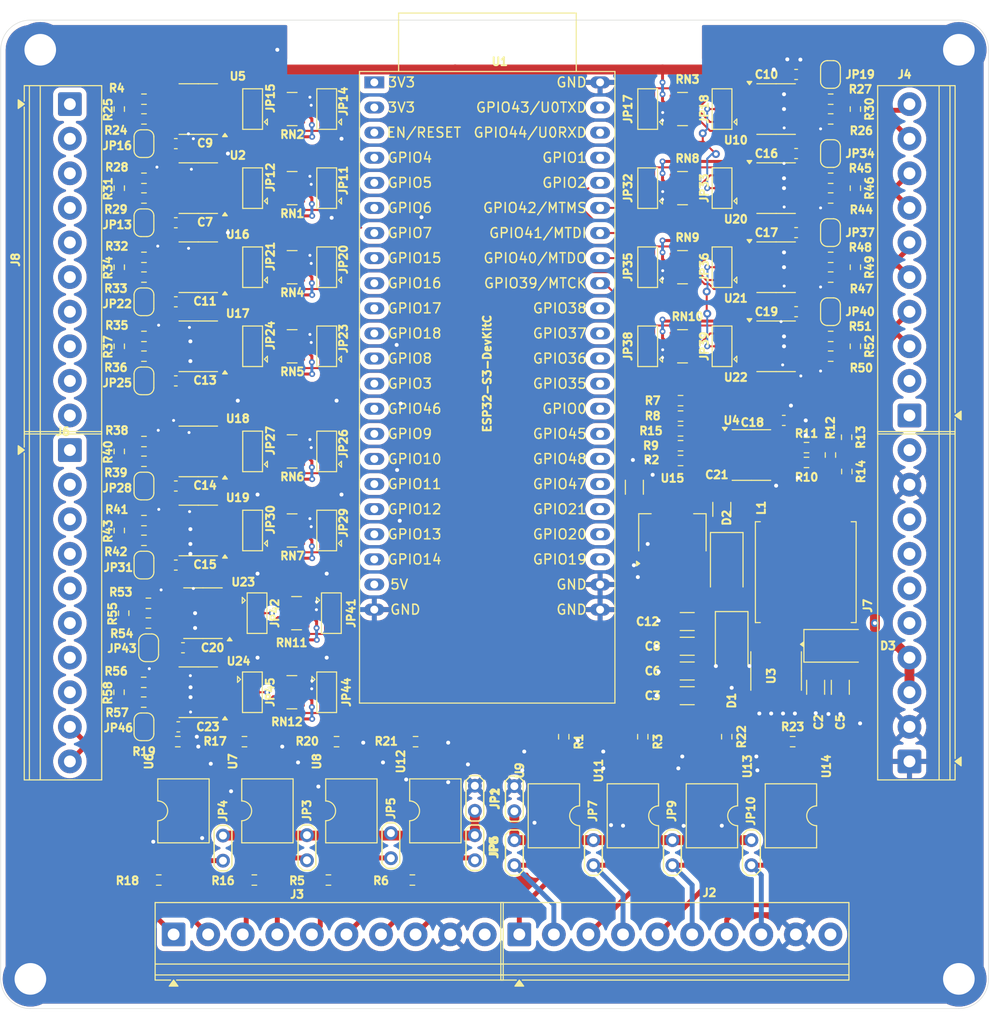
<source format=kicad_pcb>
(kicad_pcb (version 20241229) (generator "pcbnew") (generator_version "9.0")
  (layers (0 "F.Cu" signal) (2 "B.Cu" signal) (13 "F.Paste" user) (15 "B.Paste" user) (5 "F.SilkS" user "F.Silkscreen") (7 "B.SilkS" user "B.Silkscreen") (1 "F.Mask" user) (3 "B.Mask" user) (25 "Edge.Cuts" user))
  (net 0 "")
  (net 1 "GND")
  (net 2 "+VDC")
  (net 3 "5V")
  (net 4 "+3.3V")
  (net 5 "/esp32-s3/SW")
  (net 6 "Net-(J3-Pin_4)")
  (net 7 "Net-(J3-Pin_6)")
  (net 8 "Net-(J3-Pin_2)")
  (net 9 "Net-(J3-Pin_8)")
  (net 10 "/InputOutput/B")
  (net 11 "/InputOutput/A")
  (net 12 "/InputOutput/RXD")
  (net 13 "/InputOutput/RXD'")
  (net 14 "/InputOutput/TXD'")
  (net 15 "/InputOutput/TXD")
  (net 16 "/InputOutput/RE{slash}DE")
  (net 17 "/InputOutput/RE{slash}DE'")
  (net 18 "/InputOutput/A'")
  (net 19 "/InputOutput/B'")
  (net 20 "Net-(R16-Pad1)")
  (net 21 "/InputOutput/OPTO_IN_MCU_2")
  (net 22 "Net-(R18-Pad1)")
  (net 23 "/InputOutput/OPTO_IN_MCU_1")
  (net 24 "/InputOutput/OPTO_OUT_MCU_2")
  (net 25 "/InputOutput/OPTO_OUT_MCU_1")
  (net 26 "/InputOutput/OPTO_OUT_1")
  (net 27 "Net-(J2-Pin_4)")
  (net 28 "Net-(J2-Pin_8)")
  (net 29 "Net-(J2-Pin_6)")
  (net 30 "Net-(J2-Pin_2)")
  (net 31 "/InputOutput/OPTO_IN_1")
  (net 32 "/InputOutput/OPTO_IN_4")
  (net 33 "/InputOutput/OPTO_IN_2")
  (net 34 "/InputOutput/OPTO_IN_3")
  (net 35 "/InputOutput/OPTO_IN_MCU_3")
  (net 36 "/InputOutput/OPTO_IN_MCU_4")
  (net 37 "/InputOutput/OPTO_OUT_MCU_3")
  (net 38 "/InputOutput/OPTO_OUT_MCU_4")
  (net 40 "Net-(U1-3V3-Pad1)")
  (net 53 "/InputOutput/OPTO_OUT_2")
  (net 54 "/InputOutput/OPTO_OUT_3")
  (net 55 "/InputOutput/OPTO_OUT_4")
  (net 56 "/esp32-s3/5VUP")
  (net 57 "Net-(R23-Pad1)")
  (net 58 "Net-(R22-Pad1)")
  (net 59 "Net-(R6-Pad1)")
  (net 60 "Net-(R5-Pad1)")
  (net 61 "Net-(R3-Pad1)")
  (net 62 "Net-(R1-Pad1)")
  (net 63 "GND_OPTO_OUT")
  (net 64 "GND_OPTO_IN")
  (net 65 "Net-(JP13-A)")
  (net 66 "Net-(JP16-A)")
  (net 67 "Net-(JP19-A)")
  (net 68 "Net-(JP22-A)")
  (net 69 "Net-(JP25-A)")
  (net 70 "Net-(JP28-A)")
  (net 71 "Net-(JP31-A)")
  (net 72 "Net-(JP34-A)")
  (net 73 "Net-(JP37-A)")
  (net 74 "Net-(JP40-A)")
  (net 75 "Net-(JP43-A)")
  (net 76 "Net-(JP46-A)")
  (net 94 "/InputOutput/DIFF_INPUT2/IO")
  (net 95 "/InputOutput/DIFF_INPUT2/RXD'")
  (net 96 "Net-(JP12-A)")
  (net 97 "/InputOutput/DIFF_INPUT2/ENBL")
  (net 98 "/InputOutput/DIFF_INPUT1/RXD'")
  (net 99 "/InputOutput/DIFF_INPUT1/IO")
  (net 100 "/InputOutput/DIFF_INPUT1/ENBL")
  (net 101 "Net-(JP15-A)")
  (net 102 "/InputOutput/DIFF_OUTPUT1/TXD'")
  (net 103 "/InputOutput/DIFF_OUTPUT1/ENBL")
  (net 104 "Net-(JP18-A)")
  (net 105 "/InputOutput/DIFF_INPUT3/IO")
  (net 106 "/InputOutput/DIFF_INPUT3/RXD'")
  (net 107 "Net-(JP21-A)")
  (net 108 "/InputOutput/DIFF_INPUT3/ENBL")
  (net 109 "/InputOutput/DIFF_INPUT4/RXD'")
  (net 110 "/InputOutput/DIFF_INPUT4/IO")
  (net 111 "Net-(JP24-A)")
  (net 112 "/InputOutput/DIFF_INPUT4/ENBL")
  (net 113 "/InputOutput/DIFF_INPUT5/RXD'")
  (net 114 "/InputOutput/DIFF_INPUT5/IO")
  (net 115 "Net-(JP27-A)")
  (net 116 "/InputOutput/DIFF_INPUT5/ENBL")
  (net 117 "/InputOutput/DIFF_INPUT6/IO")
  (net 118 "/InputOutput/DIFF_INPUT6/RXD'")
  (net 119 "Net-(JP30-A)")
  (net 120 "/InputOutput/DIFF_INPUT6/ENBL")
  (net 121 "/InputOutput/DIFF_OUTPUT2/TXD'")
  (net 122 "Net-(JP33-A)")
  (net 123 "/InputOutput/DIFF_OUTPUT3/TXD'")
  (net 124 "/InputOutput/DIFF_OUTPUT3/ENBL")
  (net 125 "Net-(JP36-A)")
  (net 126 "/InputOutput/DIFF_OUTPUT4/TXD'")
  (net 127 "Net-(JP39-A)")
  (net 128 "/InputOutput/DIFF_OUTPUT5/IO")
  (net 129 "/InputOutput/DIFF_OUTPUT5/TXD'")
  (net 130 "Net-(JP42-A)")
  (net 131 "/InputOutput/DIFF_OUTPUT5/ENBL")
  (net 132 "/InputOutput/DIFF_OUTPUT6/TXD'")
  (net 133 "/InputOutput/DIFF_OUTPUT6/IO")
  (net 134 "Net-(JP45-A)")
  (net 135 "/InputOutput/DIFF_OUTPUT6/ENBL")
  (net 136 "Net-(U5-A)")
  (net 137 "/InputOutput/DIFF_INPUT1/IOP")
  (net 138 "Net-(U5-B)")
  (net 139 "/InputOutput/DIFF_INPUT1/ION")
  (net 140 "Net-(U10-A)")
  (net 141 "/InputOutput/DIFF_OUTPUT1/IOP")
  (net 142 "/InputOutput/DIFF_OUTPUT1/ION")
  (net 143 "Net-(U10-B)")
  (net 144 "/InputOutput/DIFF_INPUT2/IOP")
  (net 145 "Net-(U2-A)")
  (net 146 "Net-(U2-B)")
  (net 147 "/InputOutput/DIFF_INPUT2/ION")
  (net 148 "/InputOutput/DIFF_INPUT3/IOP")
  (net 149 "Net-(U16-A)")
  (net 150 "Net-(U16-B)")
  (net 151 "/InputOutput/DIFF_INPUT3/ION")
  (net 152 "/InputOutput/DIFF_INPUT4/IOP")
  (net 153 "Net-(U17-A)")
  (net 154 "/InputOutput/DIFF_INPUT4/ION")
  (net 155 "Net-(U17-B)")
  (net 156 "Net-(U18-A)")
  (net 157 "/InputOutput/DIFF_INPUT5/IOP")
  (net 158 "Net-(U18-B)")
  (net 159 "/InputOutput/DIFF_INPUT5/ION")
  (net 160 "Net-(U19-A)")
  (net 161 "/InputOutput/DIFF_INPUT6/IOP")
  (net 162 "/InputOutput/DIFF_INPUT6/ION")
  (net 163 "Net-(U19-B)")
  (net 164 "Net-(U20-A)")
  (net 165 "/InputOutput/DIFF_OUTPUT2/IOP")
  (net 166 "Net-(U20-B)")
  (net 167 "/InputOutput/DIFF_OUTPUT2/ION")
  (net 168 "/InputOutput/DIFF_OUTPUT3/IOP")
  (net 169 "Net-(U21-A)")
  (net 170 "/InputOutput/DIFF_OUTPUT3/ION")
  (net 171 "Net-(U21-B)")
  (net 172 "/InputOutput/DIFF_OUTPUT4/IOP")
  (net 173 "Net-(U22-A)")
  (net 174 "Net-(U22-B)")
  (net 175 "/InputOutput/DIFF_OUTPUT4/ION")
  (net 176 "Net-(U23-A)")
  (net 177 "/InputOutput/DIFF_OUTPUT5/IOP")
  (net 178 "Net-(U23-B)")
  (net 179 "/InputOutput/DIFF_OUTPUT5/ION")
  (net 180 "/InputOutput/DIFF_OUTPUT6/IOP")
  (net 181 "Net-(U24-A)")
  (net 182 "/InputOutput/DIFF_OUTPUT6/ION")
  (net 183 "Net-(U24-B)")
  (net 184 "Net-(JP12-B)")
  (net 186 "/InputOutput/DIFF_INPUT2/TXD'")
  (net 188 "Net-(JP15-B)")
  (net 189 "/InputOutput/DIFF_INPUT1/TXD'")
  (net 194 "Net-(JP18-B)")
  (net 196 "Net-(JP21-B)")
  (net 198 "/InputOutput/DIFF_INPUT3/TXD'")
  (net 200 "Net-(JP24-B)")
  (net 202 "/InputOutput/DIFF_INPUT4/TXD'")
  (net 205 "/InputOutput/DIFF_INPUT5/TXD'")
  (net 206 "Net-(JP27-B)")
  (net 207 "Net-(JP30-B)")
  (net 209 "/InputOutput/DIFF_INPUT6/TXD'")
  (net 212 "Net-(JP33-B)")
  (net 214 "Net-(JP36-B)")
  (net 218 "Net-(JP39-B)")
  (net 221 "Net-(JP42-B)")
  (net 223 "Net-(JP45-B)")
  (net 226 "/InputOutput/DIFF_OUTPUT1/RXD'")
  (net 227 "/InputOutput/DIFF_OUTPUT2/RXD'")
  (net 228 "/InputOutput/DIFF_OUTPUT3/RXD'")
  (net 229 "/InputOutput/DIFF_OUTPUT4/RXD'")
  (net 230 "/InputOutput/DIFF_OUTPUT5/RXD'")
  (net 231 "/InputOutput/DIFF_OUTPUT6/RXD'")
  (net 234 "VDC")
  (net 240 "/InputOutput/HIO1")
  (net 241 "/InputOutput/HIO2")
  (net 242 "/InputOutput/HIO3")
  (net 243 "/InputOutput/HIO4")
  (footprint "Capacitor_SMD:C_0603_1608Metric" (layer "F.Cu") (at 128.275 84.5)
    (property "Reference" "C18")
    (property "Value" "0.1uF")
  )
  (footprint "Jumper:SolderJumper-3_P1.3mm_Bridged12_Pad1.0x1.5mm" (layer "F.Cu") (at 74.5 53 90)
    (property "Reference" "JP15")
    (property "Value" "SolderJumper_3_Bridged12")
  )
  (footprint "Package_SO:SOIC-8_3.9x4.9mm_P1.27mm" (layer "F.Cu") (at 127.5 109.85 -90)
    (property "Reference" "U3")
    (property "Value" "XL1509-5.0E1")
  )
  (footprint "Resistor_SMD:R_Array_Convex_4x0603" (layer "F.Cu") (at 118.025 77 180)
    (property "Reference" "RN10")
    (property "Value" "R_Pack04")
  )
  (footprint "Jumper:SolderJumper-3_P1.3mm_Bridged12_Pad1.0x1.5mm" (layer "F.Cu") (at 74.5 95.635 90)
    (property "Reference" "JP30")
    (property "Value" "SolderJumper_3_Bridged12")
  )
  (footprint "Capacitor_SMD:C_1206_3216Metric" (layer "F.Cu") (at 118.5 112.35 180)
    (property "Reference" "C3")
    (property "Value" "10uF")
  )
  (footprint "Resistor_SMD:R_0603_1608Metric" (layer "F.Cu") (at 63.475 113 180)
    (property "Reference" "R57")
    (property "Value" "0R")
  )
  (footprint "Jumper:SolderJumper-3_P1.3mm_Bridged12_Pad1.0x1.5mm" (layer "F.Cu") (at 122.025 53 90)
    (property "Reference" "JP18")
    (property "Value" "SolderJumper_3_Bridged12")
  )
  (footprint "Capacitor_SMD:C_1206_3216Metric" (layer "F.Cu") (at 118.5 104.85 180)
    (property "Reference" "C12")
    (property "Value" "10uF")
  )
  (footprint "MountingHole:MountingHole_3.2mm_M3_DIN965_Pad" (layer "F.Cu") (at 146 141)
    (property "Reference" "H3" (hide yes))
    (property "Value" "M3Hole")
  )
  (footprint "Resistor_SMD:R_0603_1608Metric" (layer "F.Cu") (at 63.475 111 180)
    (property "Reference" "R56")
    (property "Value" "0R")
  )
  (footprint "Resistor_SMD:R_0603_1608Metric" (layer "F.Cu") (at 135.525 53 -90)
    (property "Reference" "R30")
    (property "Value" "120R")
  )
  (footprint "Package_SO:SOIC-8_3.9x4.9mm_P1.27mm" (layer "F.Cu") (at 69 95.635 180)
    (property "Reference" "U19")
    (property "Value" "SP3485EN")
  )
  (footprint "Resistor_SMD:R_Array_Convex_4x0603" (layer "F.Cu") (at 78.5 53)
    (property "Reference" "RN2")
    (property "Value" "R_Pack04")
  )
  (footprint "Resistor_SMD:R_0603_1608Metric" (layer "F.Cu") (at 91 117 180)
    (property "Reference" "R21")
    (property "Value" "10k")
  )
  (footprint "Jumper:SolderJumper-2_P1.3mm_Bridged_RoundedPad1.0x1.5mm" (layer "F.Cu") (at 133 65.5 90)
    (property "Reference" "JP37")
    (property "Value" "SolderJumper_2_Bridged")
  )
  (footprint "Resistor_SMD:R_0603_1608Metric" (layer "F.Cu") (at 74.675 131 180)
    (property "Reference" "R16")
    (property "Value" "4.7k")
  )
  (footprint "Resistor_SMD:R_0603_1608Metric" (layer "F.Cu") (at 66.925 117 180)
    (property "Reference" "R19")
    (property "Value" "10k")
  )
  (footprint "Resistor_SMD:R_0603_1608Metric" (layer "F.Cu") (at 133.025 54)
    (property "Reference" "R26")
    (property "Value" "0R")
  )
  (footprint "Jumper:SolderJumper-3_P1.3mm_Bridged12_Pad1.0x1.5mm" (layer "F.Cu") (at 82.475 104 -90)
    (property "Reference" "JP41")
    (property "Value" "SolderJumper_3_Bridged12")
  )
  (footprint "Package_SO:SOIC-8_3.9x4.9mm_P1.27mm" (layer "F.Cu") (at 69.475 104 180)
    (property "Reference" "U23")
    (property "Value" "SP3485EN")
  )
  (footprint "TestPoint:TestPoint_2Pads_Pitch2.54mm_Drill0.8mm" (layer "F.Cu") (at 109 126.96 -90)
    (property "Reference" "JP7")
    (property "Value" "Jumper_2_Small_Open")
  )
  (footprint "Resistor_SMD:R_0603_1608Metric" (layer "F.Cu") (at 60.975 112 90)
    (property "Reference" "R58")
    (property "Value" "120R")
  )
  (footprint "Jumper:SolderJumper-2_P1.3mm_Bridged_RoundedPad1.0x1.5mm" (layer "F.Cu") (at 63.5 115.5 -90)
    (property "Reference" "JP46")
    (property "Value" "SolderJumper_2_Bridged")
  )
  (footprint "Resistor_SMD:R_0603_1608Metric" (layer "F.Cu") (at 129.175 117 180)
    (property "Reference" "R23")
    (property "Value" "390R")
  )
  (footprint "TerminalBlock_Phoenix:TerminalBlock_Phoenix_PT-1,5-10-3.5-H_1x10_P3.50mm_Horizontal" (layer "F.Cu") (at 141 84 90)
    (property "Reference" "J4")
    (property "Value" "Screw_Terminal_01x10")
  )
  (footprint "Jumper:SolderJumper-3_P1.3mm_Bridged12_Pad1.0x1.5mm" (layer "F.Cu") (at 82 95.635 90)
    (property "Reference" "JP29")
    (property "Value" "SolderJumper_3_Bridged12")
  )
  (footprint "Jumper:SolderJumper-3_P1.3mm_Bridged12_Pad1.0x1.5mm" (layer "F.Cu") (at 82 61 90)
    (property "Reference" "JP11")
    (property "Value" "SolderJumper_3_Bridged12")
  )
  (footprint "Resistor_SMD:R_0603_1608Metric" (layer "F.Cu") (at 83 117 180)
    (property "Reference" "R20")
    (property "Value" "10k")
  )
  (footprint "Resistor_SMD:R_0603_1608Metric" (layer "F.Cu") (at 133.025 76)
    (property "Reference" "R51")
    (property "Value" "0R")
  )
  (footprint "Capacitor_SMD:C_1206_3216Metric" (layer "F.Cu") (at 134 111.5 -90)
    (property "Reference" "C5")
    (property "Value" "10uF")
  )
  (footprint "Package_SO:SOIC-8_3.9x4.9mm_P1.27mm" (layer "F.Cu") (at 127.5 53)
    (property "Reference" "U10")
    (property "Value" "SP3485EN")
  )
  (footprint "Resistor_SMD:R_Array_Convex_4x0603" (layer "F.Cu") (at 78.5 77)
    (property "Reference" "RN5")
    (property "Value" "R_Pack04")
  )
  (footprint "Capacitor_SMD:C_1206_3216Metric" (layer "F.Cu") (at 118.5 107.35 180)
    (property "Reference" "C8")
    (property "Value" "10uF")
  )
  (footprint "Resistor_SMD:R_0603_1608Metric" (layer "F.Cu") (at 135.525 69 -90)
    (property "Reference" "R49")
    (property "Value" "120R")
  )
  (footprint "Resistor_SMD:R_Array_Convex_4x0603" (layer "F.Cu") (at 78.5 95.635)
    (property "Reference" "RN7")
    (property "Value" "R_Pack04")
  )
  (footprint "Resistor_SMD:R_0603_1608Metric" (layer "F.Cu") (at 63.5 60 180)
    (property "Reference" "R28")
    (property "Value" "0R")
  )
  (footprint "Resistor_SMD:R_0603_1608Metric" (layer "F.Cu") (at 134.637305 86.199813 -90)
    (property "Reference" "R13")
    (property "Value" "10k")
  )
  (footprint "Resistor_SMD:R_0603_1608Metric" (layer "F.Cu") (at 134.657439 89.668642 -90)
    (property "Reference" "R14")
    (property "Value" "10k")
  )
  (footprint "Resistor_SMD:R_0603_1608Metric" (layer "F.Cu") (at 61 87.635 90)
    (property "Reference" "R40")
    (property "Value" "120R")
  )
  (footprint "Resistor_SMD:R_Array_Convex_4x0603" (layer "F.Cu") (at 78.5 69)
    (property "Reference" "RN4")
    (property "Value" "R_Pack04")
  )
  (footprint "Resistor_SMD:R_0603_1608Metric" (layer "F.Cu") (at 133.025 62)
    (property "Reference" "R44")
    (property "Value" "0R")
  )
  (footprint "TestPoint:TestPoint_2Pads_Pitch2.54mm_Drill0.8mm" (layer "F.Cu") (at 97 126.46 -90)
    (property "Reference" "JP8")
    (property "Value" "Jumper_2_Small_Open")
  )
  (footprint "Resistor_SMD:R_0603_1608Metric" (layer "F.Cu") (at 63.5 88.635 180)
    (property "Reference" "R39")
    (property "Value" "0R")
  )
  (footprint "Resistor_SMD:R_0603_1608Metric" (layer "F.Cu") (at 133.025 70)
    (property "Reference" "R47")
    (property "Value" "0R")
  )
  (footprint "Resistor_SMD:R_Array_Convex_4x0603" (layer "F.Cu") (at 78.5 61)
    (property "Reference" "RN1")
    (property "Value" "R_Pack04")
  )
  (footprint "Diode_SMD:D_SMA" (layer "F.Cu") (at 123 107.35 -90)
    (property "Reference" "D1")
    (property "Value" "SS14")
  )
  (footprint "Resistor_SMD:R_0603_1608Metric" (layer "F.Cu") (at 133 88 -90)
    (property "Reference" "R12")
    (property "Value" "120R")
  )
  (footprint "Jumper:SolderJumper-3_P1.3mm_Bridged12_Pad1.0x1.5mm" (layer "F.Cu") (at 114.5 77 90)
    (property "Reference" "JP38")
    (property "Value" "SolderJumper_3_Bridged12")
  )
  (footprint "Package_SO:SOIC-8_3.9x4.9mm_P1.27mm" (layer "F.Cu") (at 125 88)
    (property "Reference" "U4")
    (property "Value" "SP3485EN")
  )
  (footprint "Resistor_SMD:R_0603_1608Metric" (layer "F.Cu") (at 61.45 104 90)
    (property "Reference" "R55")
    (property "Value" "120R")
  )
  (footprint "Capacitor_SMD:C_0603_1608Metric" (layer "F.Cu") (at 66.975 115.5)
    (property "Reference" "C23")
    (property "Value" "0.1uF")
  )
  (footprint "Resistor_SMD:R_Array_Convex_4x0603" (layer "F.Cu") (at 78.95 104)
    (property "Reference" "RN11")
    (property "Value" "R_Pack04")
  )
  (footprint "Package_SO:SOIC-8_3.9x4.9mm_P1.27mm" (layer "F.Cu") (at 69 69 180)
    (property "Reference" "U16")
    (property "Value" "SP3485EN")
  )
  (footprint "Package_SO:SOIC-8_3.9x4.9mm_P1.27mm" (layer "F.Cu") (at 69 53 180)
    (property "Reference" "U5")
    (property "Value" "SP3485EN")
  )
  (footprint "Resistor_SMD:R_0603_1608Metric" (layer "F.Cu") (at 63.5 52 180)
    (property "Reference" "R4")
    (property "Value" "0R")
  )
  (footprint "Resistor_SMD:R_0603_1608Metric" (layer "F.Cu") (at 63.5 54 180)
    (property "Reference" "R24")
    (property "Value" "0R")
  )
  (footprint "Capacitor_SMD:C_1206_3216Metric" (layer "F.Cu") (at 131.5 111.5 -90)
    (property "Reference" "C2")
    (property "Value" "10uF")
  )
  (footprint "Resistor_SMD:R_0603_1608Metric" (layer "F.Cu") (at 133.025 68)
    (property "Reference" "R48")
    (property "Value" "0R")
  )
  (footprint "Jumper:SolderJumper-2_P1.3mm_Bridged_RoundedPad1.0x1.5mm" (layer "F.Cu") (at 63.5 91.135 -90)
    (property "Reference" "JP28")
    (property "Value" "SolderJumper_2_Bridged")
  )
  (footprint "Capacitor_SMD:C_0603_1608Metric" (layer "F.Cu") (at 129.525 65.5 180)
    (property "Reference" "C17")
    (property "Value" "0.1uF")
  )
  (footprint "PCM_Espressif:ESP32-S3-DevKitC" (layer "F.Cu") (at 86.82 50.3)
    (property "Reference" "U1")
    (property "Value" "ESP32-S3-DevKitC")
  )
  (footprint "Jumper:SolderJumper-2_P1.3mm_Bridged_RoundedPad1.0x1.5mm" (layer "F.Cu") (at 63.5 80.5 -90)
    (property "Reference" "JP25")
    (property "Value" "SolderJumper_2_Bridged")
  )
  (footprint "Resistor_SMD:R_0603_1608Metric" (layer "F.Cu") (at 117.825 84.06)
    (property "Reference" "R8")
    (property "Value" "0R")
  )
  (footprint "Jumper:SolderJumper-3_P1.3mm_Bridged12_Pad1.0x1.5mm" (layer "F.Cu") (at 114.5 53 90)
    (property "Reference" "JP17")
    (property "Value" "SolderJumper_3_Bridged12")
  )
  (footprint "Resistor_SMD:R_0603_1608Metric" (layer "F.Cu") (at 63.5 94.635 180)
    (property "Reference" "R41")
    (property "Value" "0R")
  )
  (footprint "TerminalBlock_Phoenix:TerminalBlock_Phoenix_PT-1,5-10-3.5-H_1x10_P3.50mm_Horizontal" (layer "F.Cu") (at 56 87.5 -90)
    (property "Reference" "J6")
    (property "Value" "Screw_Terminal_01x10")
  )
  (footprint "Jumper:SolderJumper-3_P1.3mm_Bridged12_Pad1.0x1.5mm" (layer "F.Cu") (at 74.5 69 90)
    (property "Reference" "JP21")
    (property "Value" "SolderJumper_3_Bridged12")
  )
  (footprint "TestPoint:TestPoint_2Pads_Pitch2.54mm_Drill0.8mm" (layer "F.Cu") (at 88.5 126.25 -90)
    (property "Reference" "JP5")
    (property "Value" "Jumper_2_Small_Open")
  )
  (footprint "Jumper:SolderJumper-3_P1.3mm_Bridged12_Pad1.0x1.5mm" (layer "F.Cu") (at 74.5 77 90)
    (property "Reference" "JP24")
    (property "Value" "SolderJumper_3_Bridged12")
  )
  (footprint "Resistor_SMD:R_0603_1608Metric" (layer "F.Cu") (at 63.95 105 180)
    (property "Reference" "R54")
    (property "Value" "0R")
  )
  (footprint "Resistor_SMD:R_Array_Convex_4x0603" (layer "F.Cu") (at 118.025 61 180)
    (property "Reference" "RN8")
    (property "Value" "R_Pack04")
  )
  (footprint "Resistor_SMD:R_0603_1608Metric" (layer "F.Cu") (at 106 116.5 90)
    (property "Reference" "R1")
    (property "Value" "390R")
  )
  (footprint "Resistor_SMD:R_0603_1608Metric" (layer "F.Cu") (at 63.5 86.635 180)
    (property "Reference" "R38")
    (property "Value" "0R")
  )
  (footprint "Capacitor_SMD:C_1206_3216Metric" (layer "F.Cu") (at 118.5 109.85 180)
    (property "Reference" "C6")
    (property "Value" "10uF")
  )
  (footprint "Package_SO:SOIC-8_3.9x4.9mm_P1.27mm" (layer "F.Cu") (at 127.5 61)
    (property "Reference" "U20")
    (property "Value" "SP3485EN")
  )
  (footprint "Package_SO:SOIC-8_3.9x4.9mm_P1.27mm" (layer "F.Cu") (at 69 77 180)
    (property "Reference" "U17")
    (property "Value" "SP3485EN")
  )
  (footprint "Jumper:SolderJumper-2_P1.3mm_Bridged_RoundedPad1.0x1.5mm" (layer "F.Cu") (at 63.5 64.5 -90)
    (property "Reference" "JP13")
    (property "Value" "SolderJumper_2_Bridged")
  )
  (footprint "Resistor_SMD:R_0603_1608Metric" (layer "F.Cu") (at 63.5 68 180)
    (property "Reference" "R32")
    (property "Value" "0R")
  )
  (footprint "Jumper:SolderJumper-2_P1.3mm_Bridged_RoundedPad1.0x1.5mm" (layer "F.Cu") (at 63.5 99.135 -90)
    (property "Reference" "JP31")
    (property "Value" "SolderJumper_2_Bridged")
  )
  (footprint "Resistor_SMD:R_0603_1608Metric" (layer "F.Cu") (at 130.578612 87.250997)
    (property "Reference" "R11")
    (property "Value" "0R")
  )
  (footprint "MountingHole:MountingHole_3.2mm_M3_DIN965_Pad" (layer "F.Cu") (at 52 141)
    (property "Reference" "H4" (hide yes))
    (property "Value" "M3Hole")
  )
  (footprint "Jumper:SolderJumper-3_P1.3mm_Bridged12_Pad1.0x1.5mm" (layer "F.Cu") (at 114.5 69 90)
    (property "Reference" "JP35")
    (property "Value" "SolderJumper_3_Bridged12")
  )
  (footprint "Resistor_SMD:R_0603_1608Metric" (layer "F.Cu") (at 73.675 117 180)
    (property "Reference" "R17")
    (property "Value" "10k")
  )
  (footprint "Resistor_SMD:R_0603_1608Metric" (layer "F.Cu") (at 63.5 76 180)
    (property "Reference" "R35")
    (property "Value" "0R")
  )
  (footprint "Capacitor_SMD:C_0603_1608Metric" (layer "F.Cu") (at 129.525 57.5 180)
    (property "Reference" "C16")
    (property "Value" "0.1uF")
  )
  (footprint "Resistor_SMD:R_0603_1608Metric" (layer "F.Cu") (at 61 77 90)
    (property "Reference" "R37")
    (property "Value" "120R")
  )
  (footprint "Capacitor_SMD:C_0603_1608Metric" (layer "F.Cu") (at 66.725 80.5)
    (property "Reference" "C13")
    (property "Value" "0.1uF")
  )
  (footprint "Jumper:SolderJumper-2_P1.3mm_Bridged_RoundedPad1.0x1.5mm" (layer "F.Cu") (at 63.5 56.5 -90)
    (property "Reference" "JP16")
    (property "Value" "SolderJumper_2_Bridged")
  )
  (footprint "Jumper:SolderJumper-2_P1.3mm_Bridged_RoundedPad1.0x1.5mm" (layer "F.Cu") (at 63.5 72.5 -90)
    (property "Reference" "JP22")
    (property "Value" "SolderJumper_2_Bridged")
  )
  (footprint "MountingHole:MountingHole_3.2mm_M3_DIN965_Pad" (layer "F.Cu") (at 53 47)
    (property "Reference" "H1" (hide yes))
    (property "Value" "M3Hole")
  )
  (footprint "Resistor_SMD:R_0603_1608Metric" (layer "F.Cu") (at 61 53 90)
    (property "Reference" "R25")
    (property "Value" "120R")
  )
  (footprint "Resistor_SMD:R_Array_Convex_4x0603" (layer "F.Cu") (at 78.5 87.635)
    (property "Reference" "RN6")
    (property "Value" "R_Pack04")
  )
  (footprint "Resistor_SMD:R_0603_1608Metric" (layer "F.Cu") (at 122.5 116.5 90)
    (property "Reference" "R22")
    (property "Value" "390R")
  )
  (footprint "Diode_SMD:D_SMA" (layer "F.Cu") (at 133.822903 107.304152)
    (property "Reference" "D3")
    (property "Value" "SS14")
  )
  (footprint "Capacitor_SMD:C_0603_1608Metric" (layer "F.Cu") (at 66.725 56.5)
    (property "Reference" "C9")
    (property "Value" "0.1uF")
  )
  (footprint "Package_DIP:SMDIP-4_W9.53mm" (layer "F.Cu") (at 129 124.5 -90)
    (property "Reference" "U14")
    (property "Value" "LTV-817S")
  )
  (footprint "Resistor_SMD:R_Array_Convex_4x0603" (layer "F.Cu") (at 118.025 53 180)
    (property "Reference" "RN3")
    (property "Value" "R_Pack04")
  )
  (footprint "Package_SO:SOIC-8_3.9x4.9mm_P1.27mm" (layer "F.Cu") (at 127.5 77)
    (property "Reference" "U22")
    (property "Value" "SP3485EN")
  )
  (footprint "Jumper:SolderJumper-3_P1.3mm_Bridged12_Pad1.0x1.5mm" (layer "F.Cu") (at 74.95 104 -90)
    (property "Reference" "JP42")
    (property "Value" "SolderJumper_3_Bridged12")
  )
  (footprint "TerminalBlock_Phoenix:TerminalBlock_Phoenix_PT-1,5-10-3.5-H_1x10_P3.50mm_Horizontal" (layer "F.Cu") (at 141 119 90)
    (property "Reference" "J7")
    (property "Value" "Screw_Terminal_01x10")
  )
  (footprint "Jumper:SolderJumper-3_P1.3mm_Bridged12_Pad1.0x1.5mm" (layer "F.Cu") (at 82 77 90)
    (property "Reference" "JP23")
    (property "Value" "SolderJumper_3_Bridged12")
  )
  (footprint "Resistor_SMD:R_0603_1608Metric" (layer "F.Cu") (at 61 95.635 90)
    (property "Reference" "R43")
    (property "Value" "120R")
  )
  (footprint "Capacitor_SMD:C_0603_1608Metric" (layer "F.Cu") (at 129.525 49.5 180)
    (property "Reference" "C10")
    (property "Value" "0.1uF")
  )
  (footprint "Package_SO:SOIC-8_3.9x4.9mm_P1.27mm" (layer "F.Cu") (at 127.5 69)
    (property "Reference" "U21")
    (property "Value" "SP3485EN")
  )
  (footprint "Capacitor_SMD:C_1206_3216Metric" (layer "F.Cu") (at 122 93.5 90)
    (property "Reference" "C21")
    (property "Value" "10uF")
  )
  (footprint "Resistor_SMD:R_0603_1608Metric" (layer "F.Cu") (at 117.825 88.56)
    (property "Reference" "R2")
    (property "Value" "10k")
  )
  (footprint "TerminalBlock_Phoenix:TerminalBlock_Phoenix_PT-1,5-10-3.5-H_1x10_P3.50mm_Horizontal" (layer "F.Cu") (at 56 52.5 -90)
    (property "Reference" "J8")
    (property "Value" "Screw_Terminal_01x10")
  )
  (footprint "Jumper:SolderJumper-3_P1.3mm_Bridged12_Pad1.0x1.5mm" (layer "F.Cu") (at 82 69 90)
    (property "Reference" "JP20")
    (property "Value" "SolderJumper_3_Bridged12")
  )
  (footprint "Package_DIP:SMDIP-4_W9.53mm" (layer "F.Cu") (at 84.5 124 90)
    (property "Reference" "U8")
    (property "Value" "LTV-817S")
  )
  (footprint "Resistor_SMD:R_0603_1608Metric" (layer "F.Cu") (at 117.825 85.56 180)
    (property "Reference" "R15")
    (property "Value" "10k")
  )
  (footprint "Resistor_SMD:R_0603_1608Metric" (layer "F.Cu") (at 133.025 52)
    (property "Reference" "R27")
    (property "Value" "0R")
  )
  (footprint "Jumper:SolderJumper-3_P1.3mm_Bridged12_Pad1.0x1.5mm" (layer "F.Cu") (at 114.5 61 90)
    (property "Reference" "JP32")
    (property "Value" "SolderJumper_3_Bridged12")
  )
  (footprint "Resistor_SMD:R_Array_Convex_4x0603" (layer "F.Cu") (at 118.025 69 180)
    (property "Reference" "RN9")
    (property "Value" "R_Pack04")
  )
  (footprint "Jumper:SolderJumper-3_P1.3mm_Bridged12_Pad1.0x1.5mm" (layer "F.Cu") (at 122.025 77 90)
    (property "Reference" "JP39")
    (property "Value" "SolderJumper_3_Bridged12")
  )
  (footprint "Jumper:SolderJumper-3_P1.3mm_Bridged12_Pad1.0x1.5mm" (layer "F.Cu") (at 122.025 61 90)
    (property "Reference" "JP33")
    (property "Value" "SolderJumper_3_Bridged12")
  )
  (footprint "Jumper:SolderJumper-3_P1.3mm_Bridged12_Pad1.0x1.5mm" (layer "F.Cu") (at 74.5 87.635 90)
    (property "Reference" "JP27")
    (property "Value" "SolderJumper_3_Bridged12")
  )
  (footprint "Resistor_SMD:R_0603_1608Metric" (layer "F.Cu") (at 133.025 78)
    (property "Reference" "R50")
    (property "Value" "0R")
  )
  (footprint "Resistor_SMD:R_0603_1608Metric" (layer "F.Cu") (at 117.825 87.06)
    (property "Reference" "R9")
    (property "Value" "0R")
  )
  (footprint "Resistor_SMD:R_0603_1608Metric" (layer "F.Cu") (at 63.5 78 180)
    (property "Reference" "R36")
    (property "Value" "0R")
  )
  (footprint "Capacitor_SMD:C_0603_1608Metric" (layer "F.Cu") (at 66.725 64.5)
    (property "Reference" "C7")
    (property "Value" "0.1uF")
  )
  (footprint "Resistor_SMD:R_0603_1608Metric" (layer "F.Cu") (at 63.5 70 180)
    (property "Reference" "R33")
    (property "Value" "0R")
  )
  (footprint "Resistor_SMD:R_0603_1608Metric" (layer "F.Cu") (at 61 61 90)
    (property "Reference" "R31")
    (property "Value" "120R")
  )
  (footprint "Package_DIP:SMDIP-4_W9.53mm" (layer "F.Cu") (at 121 124.5 -90)
    (property "Reference" "U13")
    (property "Value" "LTV-817S")
  )
  (footprint "Package_DIP:SMDIP-4_W9.53mm" (layer "F.Cu") (at 113 124.5 -90)
    (property "Reference" "U11")
    (property "Value" "LTV-817S")
  )
  (footprint "TestPoint:TestPoint_2Pads_Pitch2.54mm_Drill0.8mm" (layer "F.Cu") (at 101 121.5 -90)
    (property "Reference" "JP2")
    (property "Value" "Jumper_2_Small_Open")
  )
  (footprint "TestPoint:TestPoint_2Pads_Pitch2.54mm_Drill0.8mm" (layer "F.Cu") (at 117 126.96 -90)
    (property "Reference" "JP9")
    (property "Value" "Jumper_2_Small_Open")
  )
  (footprint "Package_TO_SOT_SMD:SOT-223-3_TabPin2" (layer "F.Cu") (at 117 95.85 90)
    (property "Reference" "U15")
    (property "Value" "AMS1117-3.3")
  )
  (footprint "TestPoint:TestPoint_2Pads_Pitch2.54mm_Drill0.8mm" (layer "F.Cu") (at 125 126.96 -90)
    (property "Reference" "JP10")
    (property "Value" "Jumper_2_Small_Open")
  )
  (footprint "Jumper:SolderJumper-3_P1.3mm_Bridged12_Pad1.0x1.5mm" (layer "F.Cu") (at 74.475 112 -90)
    (property "Reference" "JP45")
    (property "Value" "SolderJumper_3_Bridged12")
  )
  (footprint "MountingHole:MountingHole_3.2mm_M3_DIN965_Pad" (layer "F.Cu") (at 146 47)
    (property "Reference" "H2" (hide yes))
    (property "Value" "M3Hole")
  )
  (footprint "Package_SO:SOIC-8_3.9x4.9mm_P1.27mm" (layer "F.Cu") (at 69 87.635 180)
    (property "Reference" "U18")
    (property "Value" "SP3485EN")
  )
  (footprint "TestPoint:TestPoint_2Pads_Pitch2.54mm_Drill0.8mm" (layer "F.Cu") (at 97 121.46 -90)
    (property "Reference" "JP1")
    (property "Value" "Jumper_2_Small_Open")
  )
  (footprint "Resistor_SMD:R_0603_1608Metric" (layer "F.Cu") (at 82.175 131 180)
    (property "Reference" "R5")
    (property "Value" "4.7k")
  )
  (footprint "Resistor_SMD:R_0603_1608Metric" (layer "F.Cu") (at 63.95 103 180)
    (property "Reference" "R53")
    (property "Value" "0R")
  )
  (footprint "Package_DIP:SMDIP-4_W9.53mm" (layer "F.Cu") (at 67.5 124 90)
    (property "Reference" "U6")
    (property "Value" "LTV-817S")
  )
  (footprint "Capacitor_SMD:C_0603_1608Metric" (layer "F.Cu") (at 67.45 107.5)
    (property "Reference" "C20")
    (property "Value" "0.1uF")
  )
  (footprint "Resistor_SMD:R_0603_1608Metric" (layer "F.Cu") (at 117.825 82.5)
    (property "Reference" "R7")
    (property "Value" "0R")
  )
  (footprint "Resistor_SMD:R_0603_1608Metric" (layer "F.Cu") (at 135.525 77 -90)
    (property "Reference" "R52")
    (property "Value" "120R")
  )
  (footprint "TerminalBlock_Phoenix:TerminalBlock_Phoenix_PT-1,5-10-3.5-H_1x10_P3.50mm_Horizontal" (layer "F.Cu") (at 66.5 136.5)
    (property "Reference" "J3")
    (property "Value" "Screw_Terminal_01x10")
  )
  (footprint "Jumper:SolderJumper-2_P1.3mm_Bridged_RoundedPad1.0x1.5mm" (layer "F.Cu") (at 133 57.5 90)
    (property "Reference" "JP34")
    (property "Value" "SolderJumper_2_Bridged")
  )
  (footprint "Capacitor_SMD:C_0603_1608Metric" (layer "F.Cu") (at 129.525 73.5 180)
    (property "Reference" "C19")
    (property "Value" "0.1uF")
  )
  (footprint "Jumper:SolderJumper-3_P1.3mm_Bridged12_Pad1.0x1.5mm" (layer "F.Cu") (at 74.5 61 90)
    (property "Reference" "JP12")
    (property "Value" "SolderJumper_3_Bridged12")
  )
  (footprint "Package_DIP:SMDIP-4_W9.53mm" (layer "F.Cu") (at 105 124.5 -90)
    (property "Reference" "U9")
    (property "Value" "LTV-817S")
  )
  (footprint "Resistor_SMD:R_0603_1608Metric" (layer "F.Cu") (at 63.5 62 180)
    (property "Reference" "R29")
    (property "Value" "0R")
  )
  (footprint "Package_DIP:SMDIP-4_W9.53mm" (layer "F.Cu") (at 93 124 90)
    (property "Reference" "U12")
    (property "Value" "LTV-817S")
  )
  (footprint "Resistor_SMD:R_0603_1608Metric" (layer "F.Cu") (at 133.025 60)
    (property "Reference" "R45")
    (property "Value" "0R")
  )
  (footprint "Package_SO:SOIC-8_3.9x4.9mm_P1.27mm" (layer "F.Cu") (at 69 112 180)
    (property "Reference" "U24")
    (property "Value" "SP3485EN")
  )
  (footprint "Resistor_SMD:R_0603_1608Metric" (layer "F.Cu") (at 90.675 131 180)
    (property "Reference" "R6")
    (property "Value" "4.7k")
  )
  (footprint "Jumper:SolderJumper-2_P1.3mm_Bridged_RoundedPad1.0x1.5mm" (layer "F.Cu") (at 63.975 107.5 -90)
    (property "Reference" "JP43")
    (property "Value" "SolderJumper_2_Bridged")
  )
  (footprint "Capacitor_SMD:C_1206_3216Metric" (layer "F.Cu") (at 113.148764 91.259953 90)
    (property "Reference" "C22" (hide yes))
    (property "Value" "10uF")
  )
  (footprint "Diode_SMD:D_SMA" (layer "F.Cu") (at 122.5 99.35 -90)
    (property "Reference" "D2")
    (property "Value" "SS14")
  )
  (footprint "Jumper:SolderJumper-2_P1.3mm_Bridged_RoundedPad1.0x1.5mm" (layer "F.Cu") (at 133 73.5 90)
    (property "Reference" "JP40")
    (property "Value" "SolderJumper_2_Bridged")
  )
  (footprint "Jumper:SolderJumper-2_P1.3mm_Bridged_RoundedPad1.0x1.5mm" (layer "F.Cu") (at 133 49.5 90)
    (property "Reference" "JP19")
    (property "Value" "SolderJumper_2_Bridged")
  )
  (footprint "Resistor_SMD:R_Array_Convex_4x0603" (layer "F.Cu") (at 78.475 112)
    (property "Reference" "RN12")
    (property "Value" "R_Pack04")
  )
  (footprint "Resistor_SMD:R_0603_1608Metric" (layer "F.Cu") (at 135.525 61 -90)
    (property "Reference" "R46")
    (property "Value" "120R")
  )
  (footprint "Inductor_SMD:L_SOREDE_SNR.1050_10x10x5mm" (layer "F.Cu") (at 130.5 99.85 90)
    (property "Reference" "L1")
    (property "Value" "68uH")
  )
  (footprint "Resistor_SMD:R_0603_1608Metric" (layer "F.Cu") (at 130.578612 88.750997)
    (property "Reference" "R10")
    (property "Value" "0R")
  )
  (footprint "Capacitor_SMD:C_0603_1608Metric" (layer "F.Cu") (at 66.725 91.135)
    (property "Reference" "C14")
    (property "Value" "0.1uF")
  )
  (footprint "Capacitor_SMD:C_0603_1608Metric" (layer "F.Cu") (at 66.725 72.5)
    (property "Reference" "C11")
    (property "Value" "0.1uF")
  )
  (footprint "Package_SO:SOIC-8_3.9x4.9mm_P1.27mm" (layer "F.Cu") (at 69 61 180)
    (property "Reference" "U2")
    (property "Value" "SP3485EN")
  )
  (footprint "Resistor_SMD:R_0603_1608Metric" (layer "F.Cu") (at 63.5 96.635 180)
    (property "Reference" "R42")
    (property "Value" "0R")
  )
  (footprint "TestPoint:TestPoint_2Pads_Pitch2.54mm_Drill0.8mm" (layer "F.Cu") (at 71.5 126.5 -90)
    (property "Reference" "JP4")
    (property "Value" "Jumper_2_Small_Open")
  )
  (footprint "Jumper:SolderJumper-3_P1.3mm_Bridged12_Pad1.0x1.5mm" (layer "F.Cu") (at 82 53 90)
    (property "Reference" "JP14")
    (property "Value" "SolderJumper_3_Bridged12")
  )
  (footprint "TerminalBlock_Phoenix:TerminalBlock_Phoenix_PT-1,5-10-3.5-H_1x10_P3.50mm_Horizontal" (layer "F.Cu") (at 101.5 136.5)
    (property "Reference" "J2")
    (property "Value" "Screw_Terminal_01x10")
  )
  (footprint "Jumper:SolderJumper-3_P1.3mm_Bridged12_Pad1.0x1.5mm" (layer "F.Cu") (at 82 112 -90)
    (property "Reference" "JP44")
    (property "Value" "SolderJumper_3_Bridged12")
  )
  (footprint "Resistor_SMD:R_0603_1608Metric" (layer "F.Cu") (at 65 131 180)
    (property "Reference" "R18")
    (property "Value" "4.7k")
  )
  (footprint "Resistor_SMD:R_0603_1608Metric" (layer "F.Cu") (at 61 69 90)
    (property "Reference" "R34")
    (property "Value" "120R")
  )
  (footprint "Jumper:SolderJumper-3_P1.3mm_Bridged12_Pad1.0x1.5mm" (layer "F.Cu") (at 82 87.635 90)
    (property "Reference" "JP26")
    (property "Value" "SolderJumper_3_Bridged12")
  )
  (footprint "Resistor_SMD:R_0603_1608Metric" (layer "F.Cu") (at 114 116.5 90)
    (property "Reference" "R3")
    (property "Value" "390R")
  )
  (footprint "Capacitor_SMD:C_0603_1608Metric" (layer "F.Cu") (at 66.725 99.135)
    (property "Reference" "C15")
    (property "Value" "0.1uF")
  )
  (footprint "TestPoint:TestPoint_2Pads_Pitch2.54mm_Drill0.8mm" (layer "F.Cu") (at 80 126.46 -90)
    (property "Reference" "JP3")
    (property "Value" "Jumper_2_Small_Open")
  )
  (footprint "Package_DIP:SMDIP-4_W9.53mm" (layer "F.Cu") (at 76 124 90)
    (property "Reference" "U7")
    (property "Value" "LTV-817S")
  )
  (footprint "TestPoint:TestPoint_2Pads_Pitch2.54mm_Drill0.8mm" (layer "F.Cu") (at 101 126.96 -90)
    (property "Reference" "JP6")
    (property "Value" "Jumper_2_Small_Open")
  )
  (footprint "Jumper:SolderJumper-3_P1.3mm_Bridged12_Pad1.0x1.5mm" (layer "F.Cu") (at 122.025 69 90)
    (property "Reference" "JP36")
    (property "Value" "SolderJumper_3_Bridged12")
  )
  (gr_line (start 149 47) (end 149 141) (stroke (width 0.05)) (layer "Edge.Cuts"))
  (gr_line (start 52 44) (end 146 44) (stroke (width 0.05)) (layer "Edge.Cuts"))
  (gr_arc (start 149 141) (mid 148.12132 143.12132) (end 146 144) (stroke (width 0.05)) (layer "Edge.Cuts"))
  (gr_line (start 49 141) (end 49 47) (stroke (width 0.05)) (layer "Edge.Cuts"))
  (gr_arc (start 146 44) (mid 148.12132 44.87868) (end 149 47) (stroke (width 0.05)) (layer "Edge.Cuts"))
  (gr_arc (start 52 144) (mid 49.87868 143.12132) (end 49 141) (stroke (width 0.05)) (layer "Edge.Cuts"))
  (gr_arc (start 49 47) (mid 49.87868 44.87868) (end 52 44) (stroke (width 0.05)) (layer "Edge.Cuts"))
  (gr_line (start 146 144) (end 52 144) (stroke (width 0.05)) (layer "Edge.Cuts"))
  (segment (start 129.975 62.905) (end 131.905 62.905) (width 0.2) (layer "F.Cu") (net 1))
  (segment (start 129.405 114.145) (end 129.4 114.15) (width 0.5) (layer "F.Cu") (net 1))
  (segment (start 117.125 54.2) (end 116.049 54.2) (width 0.3) (layer "F.Cu") (net 1))
  (segment (start 68.294261 59.095) (end 68.298706 59.090555) (width 0.3) (layer "F.Cu") (net 1))
  (segment (start 79.4 52.6) (end 80.414578 52.6) (width 0.3) (layer "F.Cu") (net 1))
  (segment (start 128.75 57.5) (end 128.75 58.049) (width 1) (layer "F.Cu") (net 1))
  (segment (start 129.975 70.905) (end 131.905 70.905) (width 0.2) (layer "F.Cu") (net 1))
  (segment (start 128.313528 62.905) (end 129.975 62.905) (width 0.2) (layer "F.Cu") (net 1))
  (segment (start 68.215859 114) (end 68.215859 112.5) (width 1) (layer "F.Cu") (net 1))
  (segment (start 117.125 69.4) (end 116.065705 69.4) (width 0.3) (layer "F.Cu") (net 1))
  (segment (start 113.25 99) (end 113.1 99.15) (width 0.5) (layer "F.Cu") (net 1))
  (segment (start 79.4 68.6) (end 80.414578 68.6) (width 0.3) (layer "F.Cu") (net 1))
  (segment (start 125.595 113.945) (end 125.8 114.15) (width 0.5) (layer "F.Cu") (net 1))
  (segment (start 64.813096 58.872656) (end 65.188394 58.872656) (width 0.3) (layer "F.Cu") (net 1))
  (segment (start 117.025 112.35) (end 115.4 112.35) (width 0.5) (layer "F.Cu") (net 1))
  (segment (start 118 118.5) (end 118.495 118.5) (width 0.5) (layer "F.Cu") (net 1))
  (segment (start 117.125 53.4) (end 116.065705 53.4) (width 0.3) (layer "F.Cu") (net 1))
  (segment (start 132.8 112.975) (end 134 112.975) (width 0.5) (layer "F.Cu") (net 1))
  (segment (start 80.3 59.8) (end 79.4 59.8) (width 0.3) (layer "F.Cu") (net 1))
  (segment (start 64.730365 109.61768) (end 65.207685 110.095) (width 0.3) (layer "F.Cu") (net 1))
  (segment (start 67.5 72.5) (end 68.201 71.799) (width 1) (layer "F.Cu") (net 1))
  (segment (start 68.851 119.154) (end 68.77 119.235) (width 1) (layer "F.Cu") (net 1))
  (segment (start 68.77 117.73) (end 69 117.5) (width 0.5) (layer "F.Cu") (net 1))
  (segment (start 128.299 49.951) (end 128.299 51.5) (width 1) (layer "F.Cu") (net 1))
  (segment (start 129.305 89.905) (end 129.7 90.3) (width 0.5) (layer "F.Cu") (net 1))
  (segment (start 68.201 98.434) (end 68.201 98) (width 1) (layer "F.Cu") (net 1))
  (segment (start 129.975 78.905) (end 129.975 79.975) (width 0.2) (layer "F.Cu") (net 1))
  (segment (start 128.184205 78.905) (end 128.161092 78.881887) (width 0.2) (layer "F.Cu") (net 1))
  (segment (start 116.065705 69.4) (end 116.016531 69.350826) (width 0.3) (layer "F.Cu") (net 1))
  (segment (start 79.85 103.6) (end 80.909295 103.6) (width 0.3) (layer "F.Cu") (net 1))
  (segment (start 67.499999 110.095) (end 66.525 110.095) (width 1) (layer "F.Cu") (net 1))
  (segment (start 68.201 98) (end 68.201 97) (width 1) (layer "F.Cu") (net 1))
  (segment (start 68.676 104) (end 68.676 102.796001) (width 1) (layer "F.Cu") (net 1))
  (segment (start 114.7 99) (end 113.25 99) (width 0.5) (layer "F.Cu") (net 1))
  (segment (start 132.8 112.975) (end 132.8 114.2) (width 0.5) (layer "F.Cu") (net 1))
  (segment (start 68.201 71.799) (end 68.201 67.796001) (width 1) (layer "F.Cu") (net 1))
  (segment (start 125.765 119.735) (end 125.6 119.9) (width 0.5) (layer "F.Cu") (net 1))
  (segment (start 85.77 119.235) (end 85.77 117.17) (width 0.5) (layer "F.Cu") (net 1))
  (segment (start 103.73 119.735) (end 101.965 119.735) (width 0.5) (layer "F.Cu") (net 1))
  (segment (start 116.065705 77.4) (end 116.016531 77.350826) (width 0.3) (layer "F.Cu") (net 1))
  (segment (start 131.905 70.905) (end 132 71) (width 0.2) (layer "F.Cu") (net 1))
  (segment (start 131.905 54.905) (end 132 55) (width 0.2) (layer "F.Cu") (net 1))
  (segment (start 67.499999 59.095) (end 66.525 59.095) (width 1) (layer "F.Cu") (net 1))
  (segment (start 80.3 67.8) (end 79.4 67.8) (width 0.3) (layer "F.Cu") (net 1))
  (segment (start 128.75 73.5) (end 128.75 73.75) (width 0.3) (layer "F.Cu") (net 1))
  (segment (start 129.975 78.905) (end 129.000001 78.905) (width 1) (layer "F.Cu") (net 1))
  (segment (start 128.75 65.5) (end 128.299 65.951) (width 1) (layer "F.Cu") (net 1))
  (segment (start 131.905 62.905) (end 132 63) (width 0.2) (layer "F.Cu") (net 1))
  (segment (start 68.201 78.5) (end 68.201 76.5) (width 1) (layer "F.Cu") (net 1))
  (segment (start 128.299 65.951) (end 128.299 67.5) (width 1) (layer "F.Cu") (net 1))
  (segment (start 68.225 107.5) (end 68.676 107.049) (width 1) (layer "F.Cu") (net 1))
  (segment (start 68.004748 115.5) (end 68.851 116.346252) (width 1) (layer "F.Cu") (net 1))
  (segment (start 66.42163 67.095) (end 68.010153 67.095) (width 0.3) (layer "F.Cu") (net 1))
  (segment (start 115.7 104.85) (end 115.6 104.75) (width 0.5) (layer "F.Cu") (net 1))
  (segment (start 67.499999 85.73) (end 66.525 85.73) (width 1) (layer "F.Cu") (net 1))
  (segment (start 115.7 109.85) (end 115.6 109.95) (width 0.5) (layer "F.Cu") (net 1))
  (segment (start 129.000001 70.905) (end 129.975 70.905) (width 1) (layer "F.Cu") (net 1))
  (segment (start 80.3 75.8) (end 79.4 75.8) (width 0.3) (layer "F.Cu") (net 1))
  (segment (start 65.188394 58.872656) (end 65.410738 59.095) (width 0.3) (layer "F.Cu") (net 1))
  (segment (start 128.299 69) (end 128.299 70.203999) (width 1) (layer "F.Cu") (net 1))
  (segment (start 68.851 116.346252) (end 68.851 116.5) (width 1) (layer "F.Cu") (net 1))
  (segment (start 128.299 61) (end 128.299 62.203999) (width 1) (layer "F.Cu") (net 1))
  (segment (start 67.43 110.095) (end 66.525 110.095) (width 0.3) (layer "F.Cu") (net 1))
  (segment (start 94.27 119.235) (end 94.27 121.07) (width 0.5) (layer "F.Cu") (net 1))
  (segment (start 117.125 62.2) (end 116.049 62.2) (width 0.3) (layer "F.Cu") (net 1))
  (segment (start 128.299 54.890472) (end 128.313528 54.905) (width 1) (layer "F.Cu") (net 1))
  (segment (start 66.525 85.73) (end 66.525 84.525) (width 0.3) (layer "F.Cu") (net 1))
  (segment (start 129.975 79.975) (end 130 80) (width 0.2) (layer "F.Cu") (net 1))
  (segment (start 128.313528 70.905) (end 129.975 70.905) (width 0.2) (layer "F.Cu") (net 1))
  (segment (start 65.23 93.73) (end 65 93.5) (width 0.3) (layer "F.Cu") (net 1))
  (segment (start 67.5 56.5) (end 67.5 56) (width 0.3) (layer "F.Cu") (net 1))
  (segment (start 66.469512 85.73) (end 65.174512 85.73) (width 0.3) (layer "F.Cu") (net 1))
  (segment (start 116.049 70.2) (end 116 70.151) (width 0.3) (layer "F.Cu") (net 1))
  (segment (start 68.201 90.434) (end 68.201 86.431001) (width 1) (layer "F.Cu") (net 1))
  (segment (start 68.77 119.235) (end 68.77 117.73) (width 0.5) (layer "F.Cu") (net 1))
  (segment (start 79.4 76.6) (end 80.414578 76.6) (width 0.3) (layer "F.Cu") (net 1))
  (segment (start 131.5 114.108302) (end 131.509626 114.117928) (width 0.5) (layer "F.Cu") (net 1))
  (segment (start 68.676 105.5) (end 68.676 104) (width 1) (layer "F.Cu") (net 1))
  (segment (start 87.565 119.235) (end 87.7 119.1) (width 0.5) (layer "F.Cu") (net 1))
  (segment (start 116.065705 53.4) (end 116.016531 53.350826) (width 0.3) (layer "F.Cu") (net 1))
  (segment (start 79.85 102.8) (end 80.926 102.8) (width 0.3) (layer "F.Cu") (net 1))
  (segment (start 78.965 119.235) (end 79.1 119.1) (width 0.5) (layer "F.Cu") (net 1))
  (segment (start 68.058035 85.73) (end 68.06248 85.725555) (width 0.3) (layer "F.Cu") (net 1))
  (segment (start 117.125 61.4) (end 116.065705 61.4) (width 0.3) (layer "F.Cu") (net 1))
  (segment (start 116.049 78.2) (end 116 78.151) (width 0.3) (layer "F.Cu") (net 1))
  (segment (start 128.135 112.325) (end 128.135 114.085) (width 0.5) (layer "F.Cu") (net 1))
  (segment (start 128.299 62.203999) (end 129.000001 62.905) (width 1) (layer "F.Cu") (net 1))
  (segment (start 117.025 109.85) (end 115.7 109.85) (width 0.5) (layer "F.Cu") (net 1))
  (segment (start 80.414578 76.6) (end 80.429397 76.614819) (width 0.3) (layer "F.Cu") (net 1))
  (segment (start 123 109.35) (end 121.4 109.35) (width 0.5) (layer "F.Cu") (net 1))
  (segment (start 79.375 111.6) (end 80.434295 111.6) (width 0.3) (layer "F.Cu") (net 1))
  (segment (start 128.75 58.049) (end 128.299 58.5) (width 1) (layer "F.Cu") (net 1))
  (segment (start 68.201 95.5) (end 68.201 94.431001) (width 1) (layer "F.Cu") (net 1))
  (segment (start 66.508739 75.095) (end 65.213739 75.095) (width 0.3) (layer "F.Cu") (net 1))
  (segment (start 94.27 119.235) (end 94.27 117.13) (width 0.5) (layer "F.Cu") (net 1))
  (segment (start 94.27 119.235) (end 96.235 119.235) (width 0.5) (layer "F.Cu") (net 1))
  (segment (start 77.27 119.235) (end 77.27 117.73) (width 0.5) (layer "F.Cu") (net 1))
  (segment (start 68.201 97) (end 68.201 95.5) (width 1) (layer "F.Cu") (net 1))
  (segment (start 131.405 78.905) (end 132 79.5) (width 0.2) (layer "F.Cu") (net 1))
  (segment (start 68.201 63.799) (end 68.201 59.796) (width 1) (layer "F.Cu") (net 1))
  (segment (start 134 112.975) (end 134 114.2) (width 0.5) (layer "F.Cu") (net 1))
  (segment (start 128.299 70.203999) (end 129.000001 70.905) (width 1) (layer "F.Cu") (net 1))
  (segment (start 110 118) (end 111.73 119.73) (width 0.5) (layer "F.Cu") (net 1))
  (segment (start 67.499999 93.73) (end 66.525 93.73) (width 1) (layer "F.Cu") (net 1))
  (segment (start 116.065705 61.4) (end 116.016531 61.350826) (width 0.3) (layer "F.Cu") (net 1))
  (segment (start 96.235 119.235) (end 96.3 119.3) (width 0.5) (layer "F.Cu") (net 1))
  (segment (start 125.5 118.5) (end 125.765 118.765) (width 0.5) (layer "F.Cu") (net 1))
  (segment (start 67.658766 110.323766) (end 67.43 110.095) (width 0.3) (layer "F.Cu") (net 1))
  (segment (start 80.3 94.435) (end 79.4 94.435) (width 0.3) (layer "F.Cu") (net 1))
  (segment (start 66.508739 75.095) (end 68.097262 75.095) (width 0.3) (layer "F.Cu") (net 1))
  (segment (start 128.313528 54.905) (end 129.975 54.905) (width 1) (layer "F.Cu") (net 1))
  (segment (start 67.5 91.135) (end 68.201 90.434) (width 1) (layer "F.Cu") (net 1))
  (segment (start 128.299 76) (end 128.299 73.951) (width 1) (layer "F.Cu") (net 1))
  (segment (start 80.414578 87.235) (end 80.429397 87.249819) (width 0.3) (layer "F.Cu") (net 1))
  (segment (start 67.5 56) (end 68 55.5) (width 0.3) (layer "F.Cu") (net 1))
  (segment (start 128.299 77) (end 128.299 76) (width 1) (layer "F.Cu") (net 1))
  (segment (start 80.909295 103.6) (end 80.958469 103.649174) (width 0.3) (layer "F.Cu") (net 1))
  (segment (start 67.905 102.095) (end 68.5 101.5) (width 0.3) (layer "F.Cu") (net 1))
  (segment (start 77.27 119.235) (end 78.965 119.235) (width 0.5) (layer "F.Cu") (net 1))
  (segment (start 117.125 77.4) (end 116.065705 77.4) (width 0.3) (layer "F.Cu") (net 1))
  (segment (start 80.3 86.435) (end 79.4 86.435) (width 0.3) (layer "F.Cu") (net 1))
  (segment (start 67.974999 102.095) (end 67 102.095) (width 1) (layer "F.Cu") (net 1))
  (segment (start 67.499999 51.095) (end 66.525 51.095) (width 1) (layer "F.Cu") (net 1))
  (segment (start 127.475 89.905) (end 129.305 89.905) (width 0.5) (layer "F.Cu") (net 1))
  (segment (start 80.414578 68.6) (end 80.429397 68.614819) (width 0.3) (layer "F.Cu") (net 1))
  (segment (start 67.5 80.5) (end 68.201 79.799) (width 1) (layer "F.Cu") (net 1))
  (segment (start 80.434295 111.6) (end 80.483469 111.649174) (width 0.3) (layer "F.Cu") (net 1))
  (segment (start 65.410738 59.095) (end 68.294261 59.095) (width 0.3) (layer "F.Cu") (net 1))
  (segment (start 68.201 76.5) (end 68.201 75.796001) (width 1) (layer "F.Cu") (net 1))
  (segment (start 85.77 117.17) (end 85.7 117.1) (width 0.5) (layer "F.Cu") (net 1))
  (segment (start 68.113523 93.73) (end 68.117968 93.725555) (width 0.3) (layer "F.Cu") (net 1))
  (segment (start 68.201 94.431001) (end 67.499999 93.73) (width 1) (layer "F.Cu") (net 1))
  (segment (start 67.499999 67.095) (end 66.525 67.095) (width 1) (layer "F.Cu") (net 1))
  (segment (start 117.025 107.35) (end 115.4 107.35) (width 0.5) (layer "F.Cu") (net 1))
  (segment (start 128.135 114.085) (end 128.2 114.15) (width 0.5) (layer "F.Cu") (net 1))
  (segment (start 68.196134 110.323766) (end 67.658766 110.323766) (width 0.3) (layer "F.Cu") (net 1))
  (segment (start 125.765 118.765) (end 125.765 119.735) (width 0.5) (layer "F.Cu") (net 1))
  (segment (start 68.215859 111.5) (end 68.215859 110.81086) (width 1) (layer "F.Cu") (net 1))
  (segment (start 116.049 62.2) (end 116 62.151) (width 0.3) (layer "F.Cu") (net 1))
  (segment (start 80.3 51.8) (end 79.4 51.8) (width 0.3) (layer "F.Cu") (net 1))
  (segment (start 79.4 87.235) (end 80.414578 87.235) (width 0.3) (layer "F.Cu") (net 1))
  (segment (start 129.405 112.325) (end 129.405 114.145) (width 0.5) (layer "F.Cu") (net 1))
  (segment (start 80.414578 60.6) (end 80.429397 60.614819) (width 0.3) (layer "F.Cu") (net 1))
  (segment (start 94.27 121.07) (end 94.3 121.1) (width 0.5) (layer "F.Cu") (net 1))
  (segment (start 119.73 119.735) (end 117.635 119.735) (width 0.5) (layer "F.Cu") (net 1))
  (segment (start 128.299 53) (end 128.299 54.890472) (width 1) (layer "F.Cu") (net 1))
  (segment (start 117.125 70.2) (end 116.049 70.2) (width 0.3) (layer "F.Cu") (net 1))
  (segment (start 67.5 99.135) (end 68.201 98.434) (width 1) (layer "F.Cu") (net 1))
  (segment (start 94.27 117.13) (end 94.3 117.1) (width 0.5) (layer "F.Cu") (net 1))
  (segment (start 128.299 58.5) (end 128.299 60) (width 1) (layer "F.Cu") (net 1))
  (segment (start 131.5 112.975) (end 132.8 112.975) (width 0.5) (layer "F.Cu") (net 1))
  (segment (start 127.475 91.075) (end 127.5 91.1) (width 0.5) (layer "F.Cu") (net 1))
  (segment (start 79.375 110.8) (end 80.451 110.8) (width 0.3) (layer "F.Cu") (net 1))
  (segment (start 101.965 119.735) (end 101.8 119.9) (width 0.5) (layer "F.Cu") (net 1))
  (segment (start 128.299 73.951) (end 128.75 73.5) (width 1) (layer "F.Cu") (net 1))
  (segment (start 80.414578 52.6) (end 80.429397 52.614819) (width 0.3) (layer "F.Cu") (net 1))
  (segment (start 110.035 119.735) (end 110 119.7) (width 0.5) (layer "F.Cu") (net 1))
  (segment (start 67.5 64.5) (end 68.201 63.799) (width 1) (layer "F.Cu") (net 1))
  (segment (start 116.049 54.2) (end 116 54.151) (width 0.3) (layer "F.Cu") (net 1))
  (segment (start 79.4 60.6) (end 80.414578 60.6) (width 0.3) (layer "F.Cu") (net 1))
  (segment (start 117.025 104.85) (end 115.7 104.85) (width 0.5) (layer "F.Cu") (net 1))
  (segment (start 66.525 93.73) (end 65.23 93.73) (width 0.3) (layer "F.Cu") (net 1))
  (segment (start 66.42163 67.095) (end 65.12663 67.095) (width 0.3) (layer "F.Cu") (net 1))
  (segment (start 68.201 86.431001) (end 67.499999 85.73) (width 1) (layer "F.Cu") (net 1))
  (segment (start 128.299 51.5) (end 128.299 53) (width 1) (layer "F.Cu") (net 1))
  (segment (start 128.299 78.203999) (end 128.299 77) (width 1) (layer "F.Cu") (net 1))
  (segment (start 68.010153 67.095) (end 68.014598 67.090555) (width 0.3) (layer "F.Cu") (net 1))
  (segment (start 70.265 119.235) (end 68.77 119.235) (width 0.5) (layer "F.Cu") (net 1))
  (segment (start 128.75 73.75) (end 128 74.5) (width 0.3) (layer "F.Cu") (net 1))
  (segment (start 68.676 107.049) (end 68.676 105.5) (width 1) (layer "F.Cu") (net 1))
  (segment (start 67.75 115.5) (end 68.215859 115.034141) (width 1) (layer "F.Cu") (net 1))
  (segment (start 80.926 102.8) (end 80.975 102.849) (width 0.3) (layer "F.Cu") (net 1))
  (segment (start 126.865 112.325) (end 126.865 114.015) (width 0.5) (layer "F.Cu") (net 1))
  (segment (start 129.975 78.905) (end 128.184205 78.905) (width 0.2) (layer "F.Cu") (net 1))
  (segment (start 68.201 51.796001) (end 67.499999 51.095) (width 1) (layer "F.Cu") (net 1))
  (segment (start 66.525 93.73) (end 68.113523 93.73) (width 0.3) (layer "F.Cu") (net 1))
  (segment (start 123 109.35) (end 124.8 109.35) (width 0.5) (layer "F.Cu") (net 1))
  (segment (start 131.5 112.975) (end 131.5 114.108302) (width 0.5) (layer "F.Cu") (net 1))
  (segment (start 67 102.095) (end 65.682685 102.095) (width 0.3) (layer "F.Cu") (net 1))
  (segment (start 66.469512 85.73) (end 68.058035 85.73) (width 0.3) (layer "F.Cu") (net 1))
  (segment (start 125.595 112.325) (end 125.595 113.945) (width 0.5) (layer "F.Cu") (net 1))
  (segment (start 68.097262 75.095) (end 68.101707 75.090555) (width 0.3) (layer "F.Cu") (net 1))
  (segment (start 127.475 89.905) (end 127.475 91.075) (width 0.5) (layer "F.Cu") (net 1))
  (segment (start 68.201 79.799) (end 68.201 78.5) (width 1) (layer "F.Cu") (net 1))
  (segment (start 114.7 99.15) (end 113.5 100.35) (width 0.5) (layer "F.Cu") (net 1))
  (segment (start 67.5 56.5) (end 68.201 55.799) (width 1) (layer "F.Cu") (net 1))
  (segment (start 68.201 75.796001) (end 67.499999 75.095) (width 1) (layer "F.Cu") (net 1))
  (segment (start 128.299 67.5) (end 128.299 69) (width 1) (layer "F.Cu") (net 1))
  (segment (start 68.215859 110.81086) (end 67.499999 110.095) (width 1) (layer "F.Cu") (net 1))
  (segment (start 118.495 118.5) (end 119.73 119.735) (width 0.5) (layer "F.Cu") (net 1))
  (segment (start 80.414578 95.235) (end 80.429397 95.249819) (width 0.3) (layer "F.Cu") (net 1))
  (segment (start 67.5 56.5) (end 68 56.5) (width 0.3) (layer "F.Cu") (net 1))
  (segment (start 103.73 119.73) (end 102 118) (width 0.5) (layer "F.Cu") (net 1))
  (segment (start 103.73 119.735) (end 103.73 119.73) (width 0.5) (layer "F.Cu") (net 1))
  (segment (start 64.038076 109.61768) (end 64.730365 109.61768) (width 0.3) (layer "F.Cu") (net 1))
  (segment (start 128.75 49.5) (end 128.299 49.951) (width 1) (layer "F.Cu") (net 1))
  (segment (start 129.000001 62.905) (end 129.975 62.905) (width 1) (layer "F.Cu") (net 1))
  (segment (start 111.73 119.73) (end 111.73 119.735) (width 0.5) (layer "F.Cu") (net 1))
  (segment (start 85.77 119.235) (end 87.565 119.235) (width 0.5) (layer "F.Cu") (net 1))
  (segment (start 66.525 84.525) (end 66.5 84.5) (width 0.3) (layer "F.Cu") (net 1))
  (segment (start 123 109.35) (end 123 111.55) (width 0.5) (layer "F.Cu") (net 1))
  (segment (start 111.73 119.735) (end 110.035 119.735) (width 0.5) (layer "F.Cu") (net 1))
  (segment (start 128.299 60) (end 128.299 61) (width 1) (layer "F.Cu") (net 1))
  (segment (start 68.201 55.799) (end 68.201 51.796001) (width 1) (layer "F.Cu") (net 1))
  (segment (start 117.025 104.85) (end 117.025 103.5) (width 0.5) (layer "F.Cu") (net 1))
  (segment (start 68 56.5) (end 68.5 56) (width 0.3) (layer "F.Cu") (net 1))
  (segment (start 65.213739 75.095) (end 64.983739 74.865) (width 0.3) (layer "F.Cu") (net 1))
  (segment (start 117.635 119.735) (end 117.6 119.7) (width 0.5) (layer "F.Cu") (net 1))
  (segment (start 68.201 67.796001) (end 67.499999 67.095) (width 1) (layer "F.Cu") (net 1))
  (segment (start 129.975 78.905) (end 131.405 78.905) (width 0.2) (layer "F.Cu") (net 1))
  (segment (start 68.215859 112.5) (end 68.215859 111.5) (width 1) (layer "F.Cu") (net 1))
  (segment (start 68.851 116.5) (end 68.851 119.154) (width 1) (layer "F.Cu") (net 1))
  (segment (start 67.499999 75.095) (end 66.525 75.095) (width 1) (layer "F.Cu") (net 1))
  (segment (start 67.75 115.5) (end 68.004748 115.5) (width 1) (layer "F.Cu") (net 1))
  (segment (start 77.27 117.73) (end 77.5 117.5) (width 0.5) (layer "F.Cu") (net 1))
  (segment (start 67 102.095) (end 67.905 102.095) (width 0.3) (layer "F.Cu") (net 1))
  (segment (start 65.207685 110.095) (end 66.525 110.095) (width 0.3) (layer "F.Cu") (net 1))
  (segment (start 68.215859 115.034141) (end 68.215859 114) (width 1) (layer "F.Cu") (net 1))
  (segment (start 68.201 59.796) (end 67.499999 59.095) (width 1) (layer "F.Cu") (net 1))
  (segment (start 129.000001 78.905) (end 128.299 78.203999) (width 1) (layer "F.Cu") (net 1))
  (segment (start 129.975 54.905) (end 131.905 54.905) (width 0.2) (layer "F.Cu") (net 1))
  (segment (start 65.174512 85.73) (end 64.944512 85.5) (width 0.3) (layer "F.Cu") (net 1))
  (segment (start 126.865 114.015) (end 127 114.15) (width 0.5) (layer "F.Cu") (net 1))
  (segment (start 80.451 110.8) (end 80.5 110.849) (width 0.3) (layer "F.Cu") (net 1))
  (segment (start 65.12663 67.095) (end 64.89663 66.865) (width 0.3) (layer "F.Cu") (net 1))
  (segment (start 79.4 95.235) (end 80.414578 95.235) (width 0.3) (layer "F.Cu") (net 1))
  (segment (start 117.125 78.2) (end 116.049 78.2) (width 0.3) (layer "F.Cu") (net 1))
  (segment (start 68.676 102.796001) (end 67.974999 102.095) (width 1) (layer "F.Cu") (net 1))
  (segment (start 65.682685 102.095) (end 65.234642 101.646957) (width 0.3) (layer "F.Cu") (net 1))
  (via (at 128.313528 62.905) (size 0.6) (drill 0.3) (layers "F.Cu" "B.Cu") (net 1))
  (via (at 132.8 114.2) (size 0.8) (drill 0.4) (layers "F.Cu" "B.Cu") (net 1))
  (via (at 68.215859 111.5) (size 0.8) (drill 0.4) (layers "F.Cu" "B.Cu") (net 1))
  (via (at 132 79.5) (size 0.6) (drill 0.3) (layers "F.Cu" "B.Cu") (net 1))
  (via (at 112 125.5) (size 0.8) (drill 0.4) (layers "F.Cu" "B.Cu") (net 1))
  (via (at 80.429397 52.614819) (size 0.6) (drill 0.3) (layers "F.Cu" "B.Cu") (net 1))
  (via (at 115.4 107.35) (size 0.8) (drill 0.4) (layers "F.Cu" "B.Cu") (net 1))
  (via (at 130.5 86) (size 0.8) (drill 0.4) (layers "F.Cu" "B.Cu") (net 1))
  (via (at 130.5 84.5) (size 0.8) (drill 0.4) (layers "F.Cu" "B.Cu") (net 1))
  (via (at 68.298706 59.090555) (size 0.6) (drill 0.3) (layers "F.Cu" "B.Cu") (net 1))
  (via (at 113 88.5) (size 0.8) (drill 0.4) (layers "F.Cu" "B.Cu") (net 1))
  (via (at 90.049098 120.829751) (size 0.8) (drill 0.4) (layers "F.Cu" "B.Cu") (net 1))
  (via (at 122 125.5) (size 0.8) (drill 0.4) (layers "F.Cu" "B.Cu") (net 1))
  (via (at 128.299 58.5) (size 0.6) (drill 0.3) (layers "F.Cu" "B.Cu") (net 1))
  (via (at 80.483469 111.649174) (size 0.6) (drill 0.3) (layers "F.Cu" "B.Cu") (net 1))
  (via (at 96.3 119.3) (size 0.8) (drill 0.4) (layers "F.Cu" "B.Cu") (net 1))
  (via (at 129.7 90.3) (size 0.8) (drill 0.4) (layers "F.Cu" "B.Cu") (net 1))
  (via (at 125.5 118.5) (size 0.8) (drill 0.4) (layers "F.Cu" "B.Cu") (net 1))
  (via (at 65.234642 101.646957) (size 0.6) (drill 0.3) (layers "F.Cu" "B.Cu") (net 1))
  (via (at 116.016531 69.350826) (size 0.6) (drill 0.3) (layers "F.Cu" "B.Cu") (net 1))
  (via (at 89.483876 82.798488) (size 0.8) (drill 0.4) (layers "F.Cu" "B.Cu") (net 1))
  (via (at 127.264278 48.997554) (size 0.8) (drill 0.4) (layers "F.Cu" "B.Cu") (net 1))
  (via (at 80.429397 95.249819) (size 0.6) (drill 0.3) (layers "F.Cu" "B.Cu") (net 1))
  (via (at 116.016531 53.350826) (size 0.6) (drill 0.3) (layers "F.Cu" "B.Cu") (net 1))
  (via (at 80.429397 60.614819) (size 0.6) (drill 0.3) (layers "F.Cu" "B.Cu") (net 1))
  (via (at 107.435271 116.884951) (size 0.8) (drill 0.4) (layers "F.Cu" "B.Cu") (net 1))
  (via (at 124.8 109.35) (size 0.8) (drill 0.4) (layers "F.Cu" "B.Cu") (net 1))
  (via (at 77.5 117.5) (size 0.8) (drill 0.4) (layers "F.Cu" "B.Cu") (net 1))
  (via (at 116.016531 61.350826) (size 0.6) (drill 0.3) (layers "F.Cu" "B.Cu") (net 1))
  (via (at 116 54.151) (size 0.6) (drill 0.3) (layers "F.Cu" "B.Cu") (net 1))
  (via (at 131.509626 114.117928) (size 0.8) (drill 0.4) (layers "F.Cu" "B.Cu") (net 1))
  (via (at 68.5 101.5) (size 0.6) (drill 0.3) (layers "F.Cu" "B.Cu") (net 1))
  (via (at 68.201 76.5) (size 0.8) (drill 0.4) (layers "F.Cu" "B.Cu") (net 1))
  (via (at 77 47) (size 0.8) (drill 0.4) (layers "F.Cu" "B.Cu") (net 1))
  (via (at 128.299 61) (size 0.8) (drill 0.4) (layers "F.Cu" "B.Cu") (net 1))
  (via (at 68.676 105.5) (size 0.8) (drill 0.4) (layers "F.Cu" "B.Cu") (net 1))
  (via (at 82 108.5) (size 0.8) (drill 0.4) (layers "F.Cu" "B.Cu") (net 1))
  (via (at 64.442358 127.122372) (size 0.8) (drill 0.4) (layers "F.Cu" "B.Cu") (net 1))
  (via (at 116.016531 77.350826) (size 0.6) (drill 0.3) (layers "F.Cu" "B.Cu") (net 1))
  (via (at 128.313528 70.905) (size 0.6) (drill 0.3) (layers "F.Cu" "B.Cu") (net 1))
  (via (at 89.394843 94.649714) (size 0.8) (drill 0.4) (layers "F.Cu" "B.Cu") (net 1))
  (via (at 127.5 91.1) (size 0.8) (drill 0.4) (layers "F.Cu" "B.Cu") (net 1))
  (via (at 68.215859 112.5) (size 0.8) (drill 0.4) (layers "F.Cu" "B.Cu") (net 1))
  (via (at 101.8 119.9) (size 0.8) (drill 0.4) (layers "F.Cu" "B.Cu") (net 1))
  (via (at 110.784548 125.440644) (size 0.8) (drill 0.4) (layers "F.Cu" "B.Cu") (net 1))
  (via (at 114.5 88.5) (size 0.8) (drill 0.4) (layers "F.Cu" "B.Cu") (net 1))
  (via (at 134 114.2) (size 0.8) (drill 0.4) (layers "F.Cu" "B.Cu") (net 1))
  (via (at 129 83) (size 0.8) (drill 0.4) (layers "F.Cu" "B.Cu") (net 1))
  (via (at 116 78.151) (size 0.6) (drill 0.3) (layers "F.Cu" "B.Cu") (net 1))
  (via (at 128.299 69) (size 0.8) (drill 0.4) (layers "F.Cu" "B.Cu") (net 1))
  (via (at 128.299 60) (size 0.8) (drill 0.4) (layers "F.Cu" "B.Cu") (net 1))
  (via (at 80.429397 76.614819) (size 0.6) (drill 0.3) (layers "F.Cu" "B.Cu") (net 1))
  (via (at 87.7 119.1) (size 0.8) (drill 0.4) (layers "F.Cu" "B.Cu") (net 1))
  (via (at 80.958469 103.649174) (size 0.6) (drill 0.3) (layers "F.Cu" "B.Cu") (net 1))
  (via (at 80.3 59.8) (size 0.6) (drill 0.3) (layers "F.Cu" "B.Cu") (net 1))
  (via (at 110 118) (size 0.8) (drill 0.4) (layers "F.Cu" "B.Cu") (net 1))
  (via (at 80.429397 68.614819) (size 0.6) (drill 0.3) (layers "F.Cu" "B.Cu") (net 1))
  (via (at 65 93.5) (size 0.6) (drill 0.3) (layers "F.Cu" "B.Cu") (net 1))
  (via (at 83 82.5) (size 0.8) (drill 0.4) (layers "F.Cu" "B.Cu") (net 1))
  (via (at 89.127746 89.515502) (size 0.8) (drill 0.4) (layers "F.Cu" "B.Cu") (net 1))
  (via (at 68.676 104) (size 0.8) (drill 0.4) (layers "F.Cu" "B.Cu") (net 1))
  (via (at 128 74.5) (size 0.6) (drill 0.3) (layers "F.Cu" "B.Cu") (net 1))
  (via (at 115.4 112.35) (size 0.8) (drill 0.4) (layers "F.Cu" "B.Cu") (net 1))
  (via (at 79.1 119.1) (size 0.8) (drill 0.4) (layers "F.Cu" "B.Cu") (net 1))
  (via (at 89.082566 76.860026) (size 0.8) (drill 0.4) (layers "F.Cu" "B.Cu") (net 1))
  (via (at 130 80) (size 0.6) (drill 0.3) (layers "F.Cu" "B.Cu") (net 1))
  (via (at 81.157059 121.542011) (size 0.8) (drill 0.4) (layers "F.Cu" "B.Cu") (net 1))
  (via (at 128.2 114.15) (size 0.8) (drill 0.4) (layers "F.Cu" "B.Cu") (net 1))
  (via (at 69 117.5) (size 0.8) (drill 0.4) (layers "F.Cu" "B.Cu") (net 1))
  (via (at 128.313528 54.905) (size 0.6) (drill 0.3) (layers "F.Cu" "B.Cu") (net 1))
  (via (at 75 100) (size 0.8) (drill 0.4) (layers "F.Cu" "B.Cu") (net 1))
  (via (at 68.215859 114) (size 0.6) (drill 0.3) (layers "F.Cu" "B.Cu") (net 1))
  (via (at 125.8 114.15) (size 0.8) (drill 0.4) (layers "F.Cu" "B.Cu") (net 1))
  (via (at 73 82.5) (size 0.8) (drill 0.4) (layers "F.Cu" "B.Cu") (net 1))
  (via (at 68.851 116.5) (size 0.8) (drill 0.4) (layers "F.Cu" "B.Cu") (net 1))
  (via (at 115.6 104.75) (size 0.8) (drill 0.4) (layers "F.Cu" "B.Cu") (net 1))
  (via (at 123 111.55) (size 0.8) (drill 0.4) (layers "F.Cu" "B.Cu") (net 1))
  (via (at 68.201 97) (size 0.8) (drill 0.4) (layers "F.Cu" "B.Cu") (net 1))
  (via (at 68.201 98) (size 0.8) (drill 0.4) (layers "F.Cu" "B.Cu") (net 1))
  (via (at 66.5 84.5) (size 0.6) (drill 0.3) (layers "F.Cu" "B.Cu") (net 1))
  (via (at 118 118.5) (size 0.8) (drill 0.4) (layers "F.Cu" "B.Cu") (net 1))
  (via (at 102 118) (size 0.8) (drill 0.4) (layers "F.Cu" "B.Cu") (net 1))
  (via (at 72 65.5) (size 0.8) (drill 0.4) (layers "F.Cu" "B.Cu") (net 1))
  (via (at 116 62.151) (size 0.6) (drill 0.3) (layers "F.Cu" "B.Cu") (net 1))
  (via (at 116 70.151) (size 0.6) (drill 0.3) (layers "F.Cu" "B.Cu") (net 1))
  (via (at 82.5 64) (size 0.8) (drill 0.4) (layers "F.Cu" "B.Cu") (net 1))
  (via (at 80.429397 87.249819) (size 0.6) (drill 0.3) (layers "F.Cu" "B.Cu") (net 1))
  (via (at 136 115.15) (size 0.8) (drill 0.4) (layers "F.Cu" "B.Cu") (net 1))
  (via (at 128.299 76) (size 0.8) (drill 0.4) (layers "F.Cu" "B.Cu") (net 1))
  (via (at 129.956229 47.997267) (size 0.8) (drill 0.4) (layers "F.Cu" "B.Cu") (net 1))
  (via (at 83.5 92) (size 0.8) (drill 0.4) (layers "F.Cu" "B.Cu") (net 1))
  (via (at 125.6 119.9) (size 0.8) (drill 0.4) (layers "F.Cu" "B.Cu") (net 1))
  (via (at 115 90) (size 0.8) (drill 0.4) (layers "F.Cu" "B.Cu") (net 1))
  (via (at 132 55) (size 0.6) (drill 0.3) (layers "F.Cu" "B.Cu") (net 1))
  (via (at 132 63) (size 0.6) (drill 0.3) (layers "F.Cu" "B.Cu") (net 1))
  (via (at 128.299 77) (size 0.8) (drill 0.4) (layers "F.Cu" "B.Cu") (net 1))
  (via (at 68 55.5) (size 0.6) (drill 0.3) (layers "F.Cu" "B.Cu") (net 1))
  (via (at 80.975 102.849) (size 0.6) (drill 0.3) (layers "F.Cu" "B.Cu") (net 1))
  (via (at 80.3 51.8) (size 0.6) (drill 0.3) (layers "F.Cu" "B.Cu") (net 1))
  (via (at 68.101707 75.090555) (size 0.6) (drill 0.3) (layers "F.Cu" "B.Cu") (net 1))
  (via (at 68.117968 93.725555) (size 0.6) (drill 0.3) (layers "F.Cu" "B.Cu") (net 1))
  (via (at 128.161092 78.881887) (size 0.6) (drill 0.3) (layers "F.Cu" "B.Cu") (net 1))
  (via (at 72 57.5) (size 0.8) (drill 0.4) (layers "F.Cu" "B.Cu") (net 1))
  (via (at 80.5 110.849) (size 0.6) (drill 0.3) (layers "F.Cu" "B.Cu") (net 1))
  (via (at 128.299 67.5) (size 0.8) (drill 0.4) (layers "F.Cu" "B.Cu") (net 1))
  (via (at 91.595263 63.940409) (size 0.8) (drill 0.4) (layers "F.Cu" "B.Cu") (net 1))
  (via (at 64.89663 66.865) (size 0.6) (drill 0.3) (layers "F.Cu" "B.Cu") (net 1))
  (via (at 64.944512 85.5) (size 0.6) (drill 0.3) (layers "F.Cu" "B.Cu") (net 1))
  (via (at 128.299 53) (size 0.8) (drill 0.4) (layers "F.Cu" "B.Cu") (net 1))
  (via (at 113.5 100.35) (size 0.8) (drill 0.4) (layers "F.Cu" "B.Cu") (net 1))
  (via (at 113.1 99.15) (size 0.8) (drill 0.4) (layers "F.Cu" "B.Cu") (net 1))
  (via (at 85.7 117.1) (size 0.8) (drill 0.4) (layers "F.Cu" "B.Cu") (net 1))
  (via (at 128.299 51.5) (size 0.8) (drill 0.4) (layers "F.Cu" "B.Cu") (net 1))
  (via (at 80.3 67.8) (size 0.6) (drill 0.3) (layers "F.Cu" "B.Cu") (net 1))
  (via (at 68.201 78.5) (size 0.8) (drill 0.4) (layers "F.Cu" "B.Cu") (net 1))
  (via (at 94.3 121.1) (size 0.8) (drill 0.4) (layers "F.Cu" "B.Cu") (net 1))
  (via (at 80.3 94.435) (size 0.6) (drill 0.3) (layers "F.Cu" "B.Cu") (net 1))
  (via (at 94.3 117.1) (size 0.8) (drill 0.4) (layers "F.Cu" "B.Cu") (net 1))
  (via (at 80.3 86.435) (size 0.6) (drill 0.3) (layers "F.Cu" "B.Cu") (net 1))
  (via (at 64.038076 109.61768) (size 0.6) (drill 0.3) (layers "F.Cu" "B.Cu") (net 1))
  (via (at 127 114.15) (size 0.8) (drill 0.4) (layers "F.Cu" "B.Cu") (net 1))
  (via (at 75 92) (size 0.8) (drill 0.4) (layers "F.Cu" "B.Cu") (net 1))
  (via (at 68.5 56) (size 0.6) (drill 0.3) (layers "F.Cu" "B.Cu") (net 1))
  (via (at 83.5 56) (size 0.8) (drill 0.4) (layers "F.Cu" "B.Cu") (net 1))
  (via (at 110 119.7) (size 0.8) (drill 0.4) (layers "F.Cu" "B.Cu") (net 1))
  (via (at 64.813096 58.872656) (size 0.6) (drill 0.3) (layers "F.Cu" "B.Cu") (net 1))
  (via (at 70.265 119.235) (size 0.8) (drill 0.4) (layers "F.Cu" "B.Cu") (net 1))
  (via (at 114.5 97) (size 0.8) (drill 0.4) (layers "F.Cu" "B.Cu") (net 1))
  (via (at 69.389598 126.752066) (size 0.8) (drill 0.4) (layers "F.Cu" "B.Cu") (net 1))
  (via (at 115.6 109.95) (size 0.8) (drill 0.4) (layers "F.Cu" "B.Cu") (net 1))
  (via (at 68.06248 85.725555) (size 0.6) (drill 0.3) (layers "F.Cu" "B.Cu") (net 1))
  (via (at 117.6 119.7) (size 0.8) (drill 0.4) (layers "F.Cu" "B.Cu") (net 1))
  (via (at 118.134342 125.51319) (size 0.8) (drill 0.4) (layers "F.Cu" "B.Cu") (net 1))
  (via (at 128.632319 47.967846) (size 0.8) (drill 0.4) (layers "F.Cu" "B.Cu") (net 1))
  (via (at 75 108.5) (size 0.8) (drill 0.4) (layers "F.Cu" "B.Cu") (net 1))
  (via (at 103.038714 125.203224) (size 0.8) (drill 0.4) (layers "F.Cu" "B.Cu") (net 1))
  (via (at 121.4 109.35) (size 0.8) (drill 0.4) (layers "F.Cu" "B.Cu") (net 1))
  (via (at 129.4 114.15) (size 0.8) (drill 0.4) (layers "F.Cu" "B.Cu") (net 1))
  (via (at 82 100) (size 0.8) (drill 0.4) (layers "F.Cu" "B.Cu") (net 1))
  (via (at 80.3 75.8) (size 0.6) (drill 0.3) (layers "F.Cu" "B.Cu") (net 1))
  (via (at 72.31778 122.016852) (size 0.8) (drill 0.4) (layers "F.Cu" "B.Cu") (net 1))
  (via (at 68.196134 110.323766) (size 0.6) (drill 0.3) (layers "F.Cu" "B.Cu") (net 1))
  (via (at 68.014598 67.090555) (size 0.6) (drill 0.3) (layers "F.Cu" "B.Cu") (net 1))
  (via (at 64.983739 74.865) (size 0.6) (drill 0.3) (layers "F.Cu" "B.Cu") (net 1))
  (via (at 132 71) (size 0.6) (drill 0.3) (layers "F.Cu" "B.Cu") (net 1))
  (via (at 68.201 95.5) (size 0.8) (drill 0.4) (layers "F.Cu" "B.Cu") (net 1))
  (segment (start 131.5 107.627055) (end 131.822903 107.304152) (width 1) (layer "F.Cu") (net 2))
  (segment (start 129 108.85) (end 126.19 108.85) (width 0.5) (layer "F.Cu") (net 2))
  (segment (start 129.405 108.445) (end 129 108.85) (width 0.5) (layer "F.Cu") (net 2))
  (segment (start 131.5 110.025) (end 131.5 107.627055) (width 1) (layer "F.Cu") (net 2))
  (segment (start 129.405 107.375) (end 129.405 108.445) (width 0.5) (layer "F.Cu") (net 2))
  (segment (start 134 109.481249) (end 131.822903 107.304152) (width 1) (layer "F.Cu") (net 2))
  (segment (start 134 110.025) (end 131.5 110.025) (width 1) (layer "F.Cu") (net 2))
  (segment (start 125.595 108.255) (end 125.595 107.375) (width 0.5) (layer "F.Cu") (net 2))
  (segment (start 126.19 108.85) (end 125.595 108.255) (width 0.5) (layer "F.Cu") (net 2))
  (segment (start 134 110.025) (end 134 109.481249) (width 1) (layer "F.Cu") (net 2))
  (segment (start 137.5 105.5) (end 137.5 105) (width 1) (layer "F.Cu") (net 3))
  (segment (start 122.5 95.475) (end 122 94.975) (width 1) (layer "F.Cu") (net 3))
  (segment (start 126 93.85) (end 126 93.5) (width 1) (layer "F.Cu") (net 3))
  (segment (start 119.3 98.55) (end 120.5 97.35) (width 1) (layer "F.Cu") (net 3))
  (segment (start 120.5 97.35) (end 122.5 97.35) (width 1) (layer "F.Cu") (net 3))
  (segment (start 126 93.5) (end 135 93.5) (width 1) (layer "F.Cu") (net 3))
  (segment (start 135 93.5) (end 137.5 96) (width 1) (layer "F.Cu") (net 3))
  (segment (start 122.5 97.35) (end 122.5 95.475) (width 1) (layer "F.Cu") (net 3))
  (segment (start 137.5 96) (end 137.5 105) (width 1) (layer "F.Cu") (net 3))
  (segment (start 122.5 97.35) (end 126 93.85) (width 1) (layer "F.Cu") (net 3))
  (via (at 137.5 105) (size 0.8) (drill 0.4) (layers "F.Cu" "B.Cu") (net 3))
  (segment (start 69.799 92.5) (end 69.799 98.5) (width 1) (layer "F.Cu") (net 4))
  (segment (start 70.104999 63.805999) (end 69.799 63.5) (width 0.3) (layer "F.Cu") (net 4))
  (segment (start 80.5 54.604999) (end 80.5 54) (width 0.3) (layer "F.Cu") (net 4))
  (segment (start 95 49) (end 69.799 49) (width 1) (layer "F.Cu") (net 4))
  (segment (start 80.5 96.635) (end 79.9 96.035) (width 0.3) (layer "F.Cu") (net 4))
  (segment (start 80.55 104.4) (end 80.975 104.825) (width 0.3) (layer "F.Cu") (net 4))
  (segment (start 81.35 117.825) (end 82.175 117) (width 0.5) (layer "F.Cu") (net 4))
  (segment (start 69.799 82.5) (end 69.799 90.5) (width 1) (layer "F.Cu") (net 4))
  (segment (start 64.215 92.5) (end 69.799 92.5) (width 0.5) (layer "F.Cu") (net 4))
  (segment (start 69.799 55.5) (end 69.799 58) (width 1) (layer "F.Cu") (net 4))
  (segment (start 72.85 120.714056) (end 72.85 120.5) (width 0.5) (layer "F.Cu") (net 4))
  (segment (start 117.125 76.6) (end 116.425 76.6) (width 0.3) (layer "F.Cu") (net 4))
  (segment (start 64.35 58) (end 69.799 58) (width 0.5) (layer "F.Cu") (net 4))
  (segment (start 133 64.85) (end 132.15 64) (width 0.5) (layer "F.Cu") (net 4))
  (segment (start 71.5 117) (end 71.5 120.5) (width 1) (layer "F.Cu") (net 4))
  (segment (start 80.525 55.805999) (end 70.104999 55.805999) (width 0.3) (layer "F.Cu") (net 4))
  (segment (start 69.299 100.5) (end 69.799 101) (width 0.5) (layer "F.Cu") (net 4))
  (segment (start 127.5 46.5) (end 125.111652 48.888348) (width 1) (layer "F.Cu") (net 4))
  (segment (start 117.125 68.6) (end 116.425 68.6) (width 0.3) (layer "F.Cu") (net 4))
  (segment (start 63.5 73.15) (end 64.35 74) (width 0.5) (layer "F.Cu") (net 4))
  (segment (start 133 72.85) (end 132.85 72.85) (width 0.5) (layer "F.Cu") (net 4))
  (segment (start 69.858001 90.440999) (end 69.799 90.5) (width 0.3) (layer "F.Cu") (net 4))
  (segment (start 87.5 121.5) (end 83 121.5) (width 0.5) (layer "F.Cu") (net 4))
  (segment (start 70.274 101.475) (end 70.274 109.113348) (width 1) (layer "F.Cu") (net 4))
  (segment (start 80.525 79.805999) (end 69.799 79.805999) (width 0.3) (layer "F.Cu") (net 4))
  (segment (start 127.275 84.5) (end 127.275 85.895) (width 0.3) (layer "F.Cu") (net 4))
  (segment (start 80.5 89.239999) (end 80.5 88.635) (width 0.3) (layer "F.Cu") (net 4))
  (segment (start 116.425 76.6) (end 116 76.175) (width 0.3) (layer "F.Cu") (net 4))
  (segment (start 69.799 72) (end 69.799 74) (width 1) (layer "F.Cu") (net 4))
  (segment (start 125.111652 48.999) (end 116 48.999) (width 1) (layer "F.Cu") (net 4))
  (segment (start 72.85 119.743292) (end 72.85 117) (width 0.5) (layer "F.Cu") (net 4))
  (segment (start 117.125 60.6) (end 116.425 60.6) (width 0.3) (layer "F.Cu") (net 4))
  (segment (start 80.5 112.825) (end 80.5 113.5) (width 0.3) (layer "F.Cu") (net 4))
  (segment (start 116.149 74.448) (end 116 74.299) (width 0.3) (layer "F.Cu") (net 4))
  (segment (start 80.525 63.805999) (end 70.104999 63.805999) (width 0.3) (layer "F.Cu") (net 4))
  (segment (start 80.525 98.440999) (end 69.858001 98.440999) (width 0.3) (layer "F.Cu") (net 4))
  (segment (start 81 106.701) (end 70.073 106.701) (width 0.3) (layer "F.Cu") (net 4))
  (segment (start 80.075 112.4) (end 80.5 112.825) (width 0.3) (layer "F.Cu") (net 4))
  (segment (start 126.701 73.5) (end 126.701 79.799) (width 1) (layer "F.Cu") (net 4))
  (segment (start 70 106.774) (end 70 108) (width 0.3) (layer "F.Cu") (net 4))
  (segment (start 126.701 72) (end 126.701 64) (width 1) (layer "F.Cu") (net 4))
  (segment (start 126.701 74.246131) (end 124.186191 74.246131) (width 0.3) (layer "F.Cu") (net 4))
  (segment (start 79.9 61.4) (end 79.4 61.4) (width 0.3) (layer "F.Cu") (net 4))
  (segment (start 64.215 100.5) (end 69.299 100.5) (width 0.5) (layer "F.Cu") (net 4))
  (segment (start 69.799 58) (end 69.799 63.5) (width 1) (layer "F.Cu") (net 4))
  (segment (start 64.35 74) (end 69.799 74) (width 0.5) (layer "F.Cu") (net 4))
  (segment (start 80.5 70) (end 79.9 69.4) (width 0.3) (layer "F.Cu") (net 4))
  (segment (start 69.993001 71.805999) (end 69.799 72) (width 0.3) (layer "F.Cu") (net 4))
  (segment (start 69.799 101) (end 70.274 101.475) (width 1) (layer "F.Cu") (net 4))
  (segment (start 70.5 121.5) (end 64.5 121.5) (width 1) (layer "F.Cu") (net 4))
  (segment (start 83 121.5) (end 81.35 119.85) (width 0.5) (layer "F.Cu") (net 4))
  (segment (start 71.5 117) (end 72.85 117) (width 1) (layer "F.Cu") (net 4))
  (segment (start 81.35 119.5) (end 78.85 122) (width 0.5) (layer "F.Cu") (net 4))
  (segment (start 132.15 64) (end 126.701 64) (width 0.5) (layer "F.Cu") (net 4))
  (segment (start 113.183717 92.7) (end 113.148764 92.734953) (width 1) (layer "F.Cu") (net 4))
  (segment (start 117 92.7) (end 117 99) (width 1) (layer "F.Cu") (net 4))
  (segment (start 126.701 64) (end 126.701 56) (width 1) (layer "F.Cu") (net 4))
  (segment (start 79.375 112.4) (end 80.075 112.4) (width 0.3) (layer "F.Cu") (net 4))
  (segment (start 81.35 119.5) (end 81.35 117.825) (width 0.5) (layer "F.Cu") (net 4))
  (segment (start 126.701 74.246131) (end 126.701 72) (width 1) (layer "F.Cu") (net 4))
  (segment (start 79.9 88.035) (end 79.4 88.035) (width 0.3) (layer "F.Cu") (net 4))
  (segment (start 80.5 97.239999) (end 80.5 96.635) (width 0.3) (layer "F.Cu") (net 4))
  (segment (start 116 58.299) (end 126.753869 58.299) (width 0.3) (layer "F.Cu") (net 4))
  (segment (start 72.85 120.5) (end 72.85 119.743292) (width 0.5) (layer "F.Cu") (net 4))
  (segment (start 80.525 114.701) (end 69.226 114.701) (width 0.3) (layer "F.Cu") (net 4))
  (segment (start 79.9 96.035) (end 79.4 96.035) (width 0.3) (layer "F.Cu") (net 4))
  (segment (start 81.35 119.85) (end 81.35 119.5) (width 0.5) (layer "F.Cu") (net 4))
  (segment (start 90.175 118.825) (end 87.5 121.5) (width 0.5) (layer "F.Cu") (net 4))
  (segment (start 132.85 72.85) (end 132 72) (width 0.5) (layer "F.Cu") (net 4))
  (segment (start 117 92.7) (end 113.183717 92.7) (width 1) (layer "F.Cu") (net 4))
  (segment (start 63.5 99.785) (end 64.215 100.5) (width 0.5) (layer "F.Cu") (net 4))
  (segment (start 65.463758 65.451) (end 69.25 65.451) (width 0.5) (layer "F.Cu") (net 4))
  (segment (start 132.15 56) (end 126.701 56) (width 0.5) (layer "F.Cu") (net 4))
  (segment (start 63.5 120.5) (end 63.5 116.15) (width 1) (layer "F.Cu") (net 4))
  (segment (start 65.012758 65) (end 65.463758 65.451) (width 0.5) (layer "F.Cu") (net 4))
  (segment (start 123.984322 74.448) (end 116.149 74.448) (width 0.3) (layer "F.Cu") (net 4))
  (segment (start 63.5 65.15) (end 63.65 65) (width 0.5) (layer "F.Cu") (net 4))
  (segment (start 78.85 122) (end 74.135944 122) (width 0.5) (layer "F.Cu") (net 4))
  (segment (start 66.1 117) (end 64.35 117) (width 1) (layer "F.Cu") (net 4))
  (segment (start 69.799 66) (end 69.799 72) (width 1) (layer "F.Cu") (net 4))
  (segment (start 79.85 104.4) (end 80.55 104.4) (width 0.3) (layer "F.Cu") (net 4))
  (segment (start 69.799 63.5) (end 69.799 66) (width 1) (layer "F.Cu") (net 4))
  (segment (start 79.9 77.4) (end 79.4 77.4) (width 0.3) (layer "F.Cu") (net 4))
  (segment (start 116 68.175) (end 116 67.5) (width 0.3) (layer "F.Cu") (net 4))
  (segment (start 80.5 88.635) (end 79.9 88.035) (width 0.3) (layer "F.Cu") (net 4))
  (segment (start 63.975 108.15) (end 64.658141 108.833141) (width 0.5) (layer "F.Cu") (net 4))
  (segment (start 69.799 49) (end 69.799 55.5) (width 1) (layer "F.Cu") (net 4))
  (segment (start 116.425 68.6) (end 116 68.175) (width 0.3) (layer "F.Cu") (net 4))
  (segment (start 69.799 82) (end 69.799 82.5) (width 1) (layer "F.Cu") (net 4))
  (segment (start 70.073 106.701) (end 70 106.774) (width 0.3) (layer "F.Cu") (net 4))
  (segment (start 127 84) (end 127.5 84.5) (width 1) (layer "F.Cu") (net 4))
  (segment (start 80.975 104.825) (end 80.975 105.5) (width 0.3) (layer "F.Cu") (net 4))
  (segment (start 69.799 90.5) (end 69.799 92.5) (width 1) (layer "F.Cu") (net 4))
  (segment (start 64.5 121.5) (end 63.5 120.5) (width 1) (layer "F.Cu") (net 4))
  (segment (start 64.658141 108.833141) (end 69.333141 108.833141) (width 0.5) (layer "F.Cu") (net 4))
  (segment (start 133 56.85) (end 132.15 56) (width 0.5) (layer "F.Cu") (net 4))
  (segment (start 63.65 65) (end 65.012758 65) (width 0.5) (layer "F.Cu") (net 4))
  (segment (start 133 48.85) (end 130.65 46.5) (width 1) (layer "F.Cu") (net 4))
  (segment (start 116 76.175) (end 116 75.5) (width 0.3) (layer "F.Cu") (net 4))
  (segment (start 80.525 90.440999) (end 69.858001 90.440999) (width 0.3) (layer "F.Cu") (net 4))
  (segment (start 80.5 54) (end 79.9 53.4) (width 0.3) (layer "F.Cu") (net 4))
  (segment (start 64.35 117) (end 63.5 116.15) (width 1) (layer "F.Cu") (net 4))
  (segment (start 71.5 120.5) (end 70.5 121.5) (width 1) (layer "F.Cu") (net 4))
  (segment (start 117.125 52.6) (end 116.425 52.6) (width 0.3) (layer "F.Cu") (net 4))
  (segment (start 70.274 109.113348) (end 69.799 109.588348) (width 1) (layer "F.Cu") (net 4))
  (segment (start 130.65 46.5) (end 127.5 46.5) (width 1) (layer "F.Cu") (net 4))
  (segment (start 116 60.175) (end 116 59.5) (width 0.3) (layer "F.Cu") (net 4))
  (segment (start 79.9 53.4) (end 79.4 53.4) (width 0.3) (layer "F.Cu") (net 4))
  (segment (start 126.701 50.588348) (end 125.111652 48.999) (width 1) (layer "F.Cu") (net 4))
  (segment (start 116 50.299) (end 116 48.999) (width 0.3) (layer "F.Cu") (net 4))
  (segment (start 125.111652 48.888348) (end 125.111652 48.999) (width 1) (layer "F.Cu") (net 4))
  (segment (start 80.5 70.604999) (end 80.5 70) (width 0.3) (layer "F.Cu") (net 4))
  (segment (start 127 80.098) (end 127 84) (width 1) (layer "F.Cu") (net 4))
  (segment (start 69.799 115.299) (end 71.5 117) (width 1) (layer "F.Cu") (net 4))
  (segment (start 90.175 117) (end 90.175 118.825) (width 0.5) (layer "F.Cu") (net 4))
  (segment (start 69.799 74) (end 69.799 82) (width 1) (layer "F.Cu") (net 4))
  (segment (start 80.5 78) (end 79.9 77.4) (width 0.3) (layer "F.Cu") (net 4))
  (segment (start 116 48.999) (end 95.001 48.999) (width 1) (layer "F.Cu") (net 4))
  (segment (start 95.001 48.999) (end 95 49) (width 1) (layer "F.Cu") (net 4))
  (segment (start 69.799 109.588348) (end 69.799 115.299) (width 1) (layer "F.Cu") (net 4))
  (segment (start 127.275 85.895) (end 127.475 86.095) (width 0.3) (layer "F.Cu") (net 4))
  (segment (start 80.525 71.805999) (end 69.993001 71.805999) (width 0.3) (layer "F.Cu") (net 4))
  (segment (start 124.186191 74.246131) (end 123.984322 74.448) (width 0.3) (layer "F.Cu") (net 4))
  (segment (start 132 72) (end 126.701 72) (width 0.5) (layer "F.Cu") (net 4))
  (segment (start 79.9 69.4) (end 79.4 69.4) (width 0.3) (layer "F.Cu") (net 4))
  (segment (start 63.5 57.15) (end 64.35 58) (width 0.5) (layer "F.Cu") (net 4))
  (segment (start 69.25 65.451) (end 69.799 66) (width 0.5) (layer "F.Cu") (net 4))
  (segment (start 63.5 81.15) (end 64.35 82) (width 1) (layer "F.Cu") (net 4))
  (segment (start 116.425 60.6) (end 116 60.175) (width 0.3) (layer "F.Cu") (net 4))
  (segment (start 116 52.175) (end 116 51.5) (width 0.3) (layer "F.Cu") (net 4))
  (segment (start 70.104999 55.805999) (end 69.799 55.5) (width 0.3) (layer "F.Cu") (net 4))
  (segment (start 126.701 56) (end 126.701 50.588348) (width 1) (layer "F.Cu") (net 4))
  (segment (start 80.5 62) (end 79.9 61.4) (width 0.3) (layer "F.Cu") (net 4))
  (segment (start 74.135944 122) (end 72.85 120.714056) (width 0.5) (layer "F.Cu") (net 4))
  (segment (start 80.5 78.604999) (end 80.5 78) (width 0.3) (layer "F.Cu") (net 4))
  (segment (start 69.858001 98.440999) (end 69.799 98.5) (width 0.3) (layer "F.Cu") (net 4))
  (segment (start 64.35 82) (end 69.799 82) (width 1) (layer "F.Cu") (net 4))
  (segment (start 116.425 52.6) (end 116 52.175) (width 0.3) (layer "F.Cu") (net 4))
  (segment (start 126.701 79.799) (end 127 80.098) (width 1) (layer "F.Cu") (net 4))
  (segment (start 116 66.299) (end 126.753869 66.299) (width 0.3) (layer "F.Cu") (net 4))
  (segment (start 63.5 91.785) (end 64.215 92.5) (width 0.5) (layer "F.Cu") (net 4))
  (segment (start 80.5 62.604999) (end 80.5 62) (width 0.3) (layer "F.Cu") (net 4))
  (segment (start 69.799 98.5) (end 69.799 101) (width 1) (layer "F.Cu") (net 4))
  (via (at 116 59.5) (size 0.6) (drill 0.3) (layers "F.Cu" "B.Cu") (net 4))
  (via (at 116 58.299) (size 0.6) (drill 0.3) (layers "F.Cu" "B.Cu") (net 4))
  (via (at 116 75.5) (size 0.6) (drill 0.3) (layers "F.Cu" "B.Cu") (net 4))
  (via (at 116 51.5) (size 0.6) (drill 0.3) (layers "F.Cu" "B.Cu") (net 4))
  (via (at 80.5 113.5) (size 0.6) (drill 0.3) (layers "F.Cu" "B.Cu") (net 4))
  (via (at 80.525 63.805999) (size 0.6) (drill 0.3) (layers "F.Cu" "B.Cu") (net 4))
  (via (at 116 66.299) (size 0.6) (drill 0.3) (layers "F.Cu" "B.Cu") (net 4))
  (via (at 80.5 89.239999) (size 0.6) (drill 0.3) (layers "F.Cu" "B.Cu") (net 4))
  (via (at 80.525 98.440999) (size 0.6) (drill 0.3) (layers "F.Cu" "B.Cu") (net 4))
  (via (at 80.975 105.5) (size 0.6) (drill 0.3) (layers "F.Cu" "B.Cu") (net 4))
  (via (at 80.525 90.440999) (size 0.6) (drill 0.3) (layers "F.Cu" "B.Cu") (net 4))
  (via (at 116 74.299) (size 0.6) (drill 0.3) (layers "F.Cu" "B.Cu") (net 4))
  (via (at 116 67.5) (size 0.6) (drill 0.3) (layers "F.Cu" "B.Cu") (net 4))
  (via (at 80.5 54.604999) (size 0.6) (drill 0.3) (layers "F.Cu" "B.Cu") (net 4))
  (via (at 116 50.299) (size 0.6) (drill 0.3) (layers "F.Cu" "B.Cu") (net 4))
  (via (at 80.525 79.805999) (size 0.6) (drill 0.3) (layers "F.Cu" "B.Cu") (net 4))
  (via (at 80.5 70.604999) (size 0.6) (drill 0.3) (layers "F.Cu" "B.Cu") (net 4))
  (via (at 81 106.701) (size 0.6) (drill 0.3) (layers "F.Cu" "B.Cu") (net 4))
  (via (at 80.5 78.604999) (size 0.6) (drill 0.3) (layers "F.Cu" "B.Cu") (net 4))
  (via (at 80.525 55.805999) (size 0.6) (drill 0.3) (layers "F.Cu" "B.Cu") (net 4))
  (via (at 80.525 114.701) (size 0.6) (drill 0.3) (layers "F.Cu" "B.Cu") (net 4))
  (via (at 80.525 71.805999) (size 0.6) (drill 0.3) (layers "F.Cu" "B.Cu") (net 4))
  (via (at 80.5 62.604999) (size 0.6) (drill 0.3) (layers "F.Cu" "B.Cu") (net 4))
  (via (at 80.5 97.239999) (size 0.6) (drill 0.3) (layers "F.Cu" "B.Cu") (net 4))
  (segment (start 80.975 105.5) (end 80.975 106.676) (width 0.3) (layer "B.Cu") (net 4))
  (segment (start 80.5 70.604999) (end 80.5 71.780999) (width 0.3) (layer "B.Cu") (net 4))
  (segment (start 116 75.5) (end 116 74.299) (width 0.3) (layer "B.Cu") (net 4))
  (segment (start 80.5 113.5) (end 80.5 114.676) (width 0.3) (layer "B.Cu") (net 4))
  (segment (start 80.5 78.604999) (end 80.5 79.780999) (width 0.3) (layer "B.Cu") (net 4))
  (segment (start 80.975 106.676) (end 81 106.701) (width 0.3) (layer "B.Cu") (net 4))
  (segment (start 80.5 54.604999) (end 80.5 55.780999) (width 0.3) (layer "B.Cu") (net 4))
  (segment (start 116 67.5) (end 116 66.299) (width 0.3) (layer "B.Cu") (net 4))
  (segment (start 116 59.5) (end 116 58.299) (width 0.3) (layer "B.Cu") (net 4))
  (segment (start 80.5 97.239999) (end 80.5 98.415999) (width 0.3) (layer "B.Cu") (net 4))
  (segment (start 80.5 62.604999) (end 80.5 63.780999) (width 0.3) (layer "B.Cu") (net 4))
  (segment (start 116 51.5) (end 116 50.299) (width 0.3) (layer "B.Cu") (net 4))
  (segment (start 80.5 89.239999) (end 80.5 90.415999) (width 0.3) (layer "B.Cu") (net 4))
  (segment (start 77 130.54) (end 77 136.5) (width 0.5) (layer "F.Cu") (net 6))
  (segment (start 77.27 128.765) (end 79.765 128.765) (width 0.5) (layer "F.Cu") (net 6))
  (segment (start 77.27 128.765) (end 77.27 130.27) (width 0.5) (layer "F.Cu") (net 6))
  (segment (start 77.27 130.27) (end 77 130.54) (width 0.5) (layer "F.Cu") (net 6))
  (segment (start 85.77 128.765) (end 88.475 128.765) (width 0.5) (layer "F.Cu") (net 7))
  (segment (start 85.77 134.73) (end 85.77 128.765) (width 0.5) (layer "F.Cu") (net 7))
  (segment (start 84 136.5) (end 85.77 134.73) (width 0.5) (layer "F.Cu") (net 7))
  (segment (start 71.5 129.04) (end 69.045 129.04) (width 0.5) (layer "F.Cu") (net 8))
  (segment (start 68.77 135.27) (end 68.77 128.765) (width 0.5) (layer "F.Cu") (net 8))
  (segment (start 70 136.5) (end 68.77 135.27) (width 0.5) (layer "F.Cu") (net 8))
  (segment (start 94.27 128.765) (end 96.765 128.765) (width 0.5) (layer "F.Cu") (net 9))
  (segment (start 94.27 133.23) (end 94.27 128.765) (width 0.5) (layer "F.Cu") (net 9))
  (segment (start 91 136.5) (end 94.27 133.23) (width 0.5) (layer "F.Cu") (net 9))
  (segment (start 131.403612 87.250997) (end 132.924003 87.250997) (width 0.5) (layer "F.Cu") (net 10))
  (segment (start 133 87.175) (end 134.502615 87.175) (width 0.5) (layer "F.Cu") (net 10))
  (segment (start 131.403612 88.750997) (end 132.925997 88.750997) (width 0.5) (layer "F.Cu") (net 11))
  (segment (start 133 88.825) (end 134.354609 88.825) (width 0.5) (layer "F.Cu") (net 11))
  (segment (start 118.65 85.56) (end 118.65 84.06) (width 0.2) (layer "F.Cu") (net 14))
  (segment (start 122.525 88.635) (end 122.525 87.365) (width 0.2) (layer "F.Cu") (net 17))
  (segment (start 118.65 88.56) (end 118.65 87.06) (width 0.2) (layer "F.Cu") (net 17))
  (segment (start 127.475 88.635) (end 129.637615 88.635) (width 0.5) (layer "F.Cu") (net 18))
  (segment (start 127.475 87.365) (end 129.639609 87.365) (width 0.5) (layer "F.Cu") (net 19))
  (segment (start 75.5 129.535) (end 74.73 128.765) (width 0.5) (layer "F.Cu") (net 20))
  (segment (start 75.5 131) (end 75.5 129.535) (width 0.5) (layer "F.Cu") (net 20))
  (segment (start 74.73 119.235) (end 74.73 117.23) (width 0.2) (layer "F.Cu") (net 21))
  (segment (start 65.825 129.17) (end 66.23 128.765) (width 0.5) (layer "F.Cu") (net 22))
  (segment (start 65.825 131) (end 65.825 129.17) (width 0.5) (layer "F.Cu") (net 22))
  (segment (start 101.5 136.5) (end 101.5 134.035) (width 0.5) (layer "F.Cu") (net 26))
  (segment (start 101.5 134.035) (end 106.27 129.265) (width 0.5) (layer "F.Cu") (net 26))
  (segment (start 109 129.5) (end 111.495 129.5) (width 0.5) (layer "F.Cu") (net 27))
  (segment (start 112 136.5) (end 112 132.5) (width 0.5) (layer "B.Cu") (net 27))
  (segment (start 112 132.5) (end 109 129.5) (width 0.5) (layer "B.Cu") (net 27))
  (segment (start 125 129.5) (end 127.495 129.5) (width 0.5) (layer "F.Cu") (net 28))
  (segment (start 127.495 129.5) (end 127.73 129.265) (width 0.5) (layer "F.Cu") (net 28))
  (segment (start 125 129.5) (end 126 130.5) (width 0.5) (layer "B.Cu") (net 28))
  (segment (start 126 130.5) (end 126 136.5) (width 0.5) (layer "B.Cu") (net 28))
  (segment (start 117 129.5) (end 119.495 129.5) (width 0.5) (layer "F.Cu") (net 29))
  (segment (start 119 131.5) (end 117 129.5) (width 0.5) (layer "B.Cu") (net 29))
  (segment (start 119 136.5) (end 119 131.5) (width 0.5) (layer "B.Cu") (net 29))
  (segment (start 101 129.5) (end 103.495 129.5) (width 0.5) (layer "F.Cu") (net 30))
  (segment (start 105 133.5) (end 101 129.5) (width 0.5) (layer "B.Cu") (net 30))
  (segment (start 105 136.5) (end 105 133.5) (width 0.5) (layer "B.Cu") (net 30))
  (segment (start 64.175 131) (end 64.175 134.175) (width 0.5) (layer "F.Cu") (net 31))
  (segment (start 64.175 134.175) (end 66.5 136.5) (width 0.5) (layer "F.Cu") (net 31))
  (segment (start 87.5 136.5) (end 89.85 134.15) (width 0.5) (layer "F.Cu") (net 32))
  (segment (start 89.85 134.15) (end 89.85 131) (width 0.5) (layer "F.Cu") (net 32))
  (segment (start 73.85 131) (end 73.85 136.15) (width 0.5) (layer "F.Cu") (net 33))
  (segment (start 73.85 136.15) (end 73.5 136.5) (width 0.5) (layer "F.Cu") (net 33))
  (segment (start 81.35 131) (end 81.35 135.65) (width 0.5) (layer "F.Cu") (net 34))
  (segment (start 81.35 135.65) (end 80.5 136.5) (width 0.5) (layer "F.Cu") (net 34))
  (segment (start 91.73 119.235) (end 91.73 117.095) (width 0.2) (layer "F.Cu") (net 36))
  (segment (start 108.5 136.5) (end 114.27 130.73) (width 0.5) (layer "F.Cu") (net 53))
  (segment (start 114.27 130.73) (end 114.27 129.265) (width 0.5) (layer "F.Cu") (net 53))
  (segment (start 122.27 129.73) (end 122.27 129.265) (width 0.5) (layer "F.Cu") (net 54))
  (segment (start 115.5 136.5) (end 122.27 129.73) (width 0.5) (layer "F.Cu") (net 54))
  (segment (start 124 133.5) (end 127 133.5) (width 0.5) (layer "F.Cu") (net 55))
  (segment (start 122.5 136.5) (end 122.5 135) (width 0.5) (layer "F.Cu") (net 55))
  (segment (start 127 133.5) (end 130.27 130.23) (width 0.5) (layer "F.Cu") (net 55))
  (segment (start 122.5 135) (end 124 133.5) (width 0.5) (layer "F.Cu") (net 55))
  (segment (start 130.27 130.23) (end 130.27 129.265) (width 0.5) (layer "F.Cu") (net 55))
  (segment (start 126.865 107.375) (end 126.865 106.400001) (width 0.2) (layer "F.Cu") (net 56))
  (segment (start 126.563999 106.099) (end 124.68716 106.099) (width 0.2) (layer "F.Cu") (net 56))
  (segment (start 119.975 112.35) (end 119.975 104.85) (width 1) (layer "F.Cu") (net 56))
  (segment (start 123.43616 107.35) (end 119.975 107.35) (width 0.2) (layer "F.Cu") (net 56))
  (segment (start 122.5 101.35) (end 122.5 102.825) (width 1) (layer "F.Cu") (net 56))
  (segment (start 130.5 95.75) (end 126.6 95.75) (width 1) (layer "F.Cu") (net 56))
  (segment (start 126.6 95.75) (end 125.5 96.85) (width 1) (layer "F.Cu") (net 56))
  (segment (start 126.865 106.400001) (end 126.563999 106.099) (width 0.2) (layer "F.Cu") (net 56))
  (segment (start 122.5 101.35) (end 125.5 98.35) (width 1) (layer "F.Cu") (net 56))
  (segment (start 122.5 102.825) (end 120.475 104.85) (width 1) (layer "F.Cu") (net 56))
  (segment (start 124.68716 106.099) (end 123.43616 107.35) (width 0.2) (layer "F.Cu") (net 56))
  (segment (start 125.5 98.35) (end 125.5 96.85) (width 1) (layer "F.Cu") (net 56))
  (segment (start 129.97 119.735) (end 129.97 117.355) (width 0.2) (layer "F.Cu") (net 57))
  (segment (start 122.5 117.325) (end 122.5 119.505) (width 0.2) (layer "F.Cu") (net 58))
  (segment (start 91.5 131) (end 91.5 128.995) (width 0.5) (layer "F.Cu") (net 59))
  (segment (start 91.5 128.995) (end 91.73 128.765) (width 0.5) (layer "F.Cu") (net 59))
  (segment (start 83 131) (end 83 128.995) (width 0.5) (layer "F.Cu") (net 60))
  (segment (start 114 117.325) (end 114 119.465) (width 0.2) (layer "F.Cu") (net 61))
  (segment (start 106 117.325) (end 106 119.465) (width 0.2) (layer "F.Cu") (net 62))
  (segment (start 96.96 126.5) (end 97 126.46) (width 1) (layer "F.Cu") (net 63))
  (segment (start 71.5 126.5) (end 96.96 126.5) (width 1) (layer "F.Cu") (net 63))
  (segment (start 97 126.46) (end 97 124) (width 1) (layer "F.Cu") (net 63))
  (segment (start 101 126.96) (end 125 126.96) (width 1) (layer "F.Cu") (net 64))
  (segment (start 101 126.96) (end 101 124.04) (width 1) (layer "F.Cu") (net 64))
  (segment (start 65.3 63.85) (end 65.95 64.5) (width 0.5) (layer "F.Cu") (net 65))
  (segment (start 63.5 63.85) (end 65.3 63.85) (width 0.5) (layer "F.Cu") (net 65))
  (segment (start 65.44 63.99) (end 66.525 62.905) (width 0.5) (layer "F.Cu") (net 65))
  (segment (start 65.95 64.5) (end 65.44 63.99) (width 0.5) (layer "F.Cu") (net 65))
  (segment (start 65.3 55.85) (end 65.95 56.5) (width 0.5) (layer "F.Cu") (net 66))
  (segment (start 63.5 55.85) (end 65.3 55.85) (width 0.5) (layer "F.Cu") (net 66))
  (segment (start 65.95 56.5) (end 65.44 55.99) (width 0.5) (layer "F.Cu") (net 66))
  (segment (start 65.44 55.99) (end 66.525 54.905) (width 0.5) (layer "F.Cu") (net 66))
  (segment (start 133 50.15) (end 130.92 50.15) (width 0.5) (layer "F.Cu") (net 67))
  (segment (start 133 50.15) (end 130.95 50.15) (width 0.5) (layer "F.Cu") (net 67))
  (segment (start 130.95 50.15) (end 130.3 49.5) (width 0.5) (layer "F.Cu") (net 67))
  (segment (start 130.92 50.15) (end 129.975 51.095) (width 0.5) (layer "F.Cu") (net 67))
  (segment (start 65.95 72.5) (end 65.44 71.99) (width 0.5) (layer "F.Cu") (net 68))
  (segment (start 63.5 71.85) (end 65.3 71.85) (width 0.5) (layer "F.Cu") (net 68))
  (segment (start 65.44 71.99) (end 66.525 70.905) (width 0.5) (layer "F.Cu") (net 68))
  (segment (start 65.3 71.85) (end 65.95 72.5) (width 0.5) (layer "F.Cu") (net 68))
  (segment (start 65.3 79.85) (end 65.95 80.5) (width 0.5) (layer "F.Cu") (net 69))
  (segment (start 63.5 79.85) (end 65.3 79.85) (width 0.5) (layer "F.Cu") (net 69))
  (segment (start 65.44 79.99) (end 66.525 78.905) (width 0.5) (layer "F.Cu") (net 69))
  (segment (start 65.95 80.5) (end 65.44 79.99) (width 0.5) (layer "F.Cu") (net 69))
  (segment (start 63.5 90.485) (end 65.3 90.485) (width 0.5) (layer "F.Cu") (net 70))
  (segment (start 65.3 90.485) (end 65.95 91.135) (width 0.5) (layer "F.Cu") (net 70))
  (segment (start 65.44 90.625) (end 66.525 89.54) (width 0.5) (layer "F.Cu") (net 70))
  (segment (start 65.95 91.135) (end 65.44 90.625) (width 0.5) (layer "F.Cu") (net 70))
  (segment (start 63.5 98.485) (end 65.3 98.485) (width 0.5) (layer "F.Cu") (net 71))
  (segment (start 65.44 98.625) (end 66.525 97.54) (width 0.5) (layer "F.Cu") (net 71))
  (segment (start 65.3 98.485) (end 65.95 99.135) (width 0.5) (layer "F.Cu") (net 71))
  (segment (start 65.95 99.135) (end 65.44 98.625) (width 0.5) (layer "F.Cu") (net 71))
  (segment (start 133 58.15) (end 130.95 58.15) (width 0.5) (layer "F.Cu") (net 72))
  (segment (start 130.95 58.15) (end 130.3 57.5) (width 0.5) (layer "F.Cu") (net 72))
  (segment (start 130.92 58.15) (end 129.975 59.095) (width 0.5) (layer "F.Cu") (net 72))
  (segment (start 133 58.15) (end 130.92 58.15) (width 0.5) (layer "F.Cu") (net 72))
  (segment (start 130.92 66.15) (end 129.975 67.095) (width 0.5) (layer "F.Cu") (net 73))
  (segment (start 133 66.15) (end 130.95 66.15) (width 0.5) (layer "F.Cu") (net 73))
  (segment (start 130.95 66.15) (end 130.3 65.5) (width 0.5) (layer "F.Cu") (net 73))
  (segment (start 133 66.15) (end 130.92 66.15) (width 0.5) (layer "F.Cu") (net 73))
  (segment (start 133 74.15) (end 130.95 74.15) (width 0.5) (layer "F.Cu") (net 74))
  (segment (start 133 74.15) (end 130.92 74.15) (width 0.5) (layer "F.Cu") (net 74))
  (segment (start 130.95 74.15) (end 130.3 73.5) (width 0.5) (layer "F.Cu") (net 74))
  (segment (start 130.92 74.15) (end 129.975 75.095) (width 0.5) (layer "F.Cu") (net 74))
  (segment (start 63.975 106.85) (end 66.055 106.85) (width 0.5) (layer "F.Cu") (net 75))
  (segment (start 66.025 106.85) (end 66.675 107.5) (width 0.5) (layer "F.Cu") (net 75))
  (segment (start 63.975 106.85) (end 66.025 106.85) (width 0.5) (layer "F.Cu") (net 75))
  (segment (start 66.055 106.85) (end 67 105.905) (width 0.5) (layer "F.Cu") (net 75))
  (segment (start 65.58 114.85) (end 66.525 113.905) (width 0.5) (layer "F.Cu") (net 76))
  (segment (start 63.5 114.85) (end 65.58 114.85) (width 0.5) (layer "F.Cu") (net 76))
  (segment (start 65.55 114.85) (end 66.2 115.5) (width 0.5) (layer "F.Cu") (net 76))
  (segment (start 63.5 114.85) (end 65.55 114.85) (width 0.5) (layer "F.Cu") (net 76))
  (segment (start 84 61) (end 84.5 60.5) (width 0.2) (layer "F.Cu") (net 94))
  (segment (start 82 61) (end 84 61) (width 0.2) (layer "F.Cu") (net 94))
  (segment (start 71.774999 63.204999) (end 71.475 62.905) (width 0.2) (layer "F.Cu") (net 95))
  (segment (start 81.095001 63.204999) (end 71.774999 63.204999) (width 0.2) (layer "F.Cu") (net 95))
  (segment (start 82 62.3) (end 81.095001 63.204999) (width 0.2) (layer "F.Cu") (net 95))
  (segment (start 77.148 61.4) (end 77.6 61.4) (width 0.2) (layer "F.Cu") (net 96))
  (segment (start 72.14 62.3) (end 71.475 61.635) (width 0.2) (layer "F.Cu") (net 96))
  (segment (start 74.5 62.3) (end 72.14 62.3) (width 0.2) (layer "F.Cu") (net 96))
  (segment (start 74.5 62.3) (end 76.248 62.3) (width 0.2) (layer "F.Cu") (net 96))
  (segment (start 76.248 62.3) (end 77.148 61.4) (width 0.2) (layer "F.Cu") (net 96))
  (segment (start 82 54.3) (end 81.095001 55.204999) (width 0.2) (layer "F.Cu") (net 98))
  (segment (start 71.774999 55.204999) (end 71.475 54.905) (width 0.2) (layer "F.Cu") (net 98))
  (segment (start 81.095001 55.204999) (end 71.774999 55.204999) (width 0.2) (layer "F.Cu") (net 98))
  (segment (start 82 53) (end 82.95 53) (width 0.2) (layer "F.Cu") (net 99))
  (segment (start 85 55.05) (end 85 57) (width 0.2) (layer "F.Cu") (net 99))
  (segment (start 82.95 53) (end 85 55.05) (width 0.2) (layer "F.Cu") (net 99))
  (segment (start 76.248 54.3) (end 77.148 53.4) (width 0.2) (layer "F.Cu") (net 101))
  (segment (start 72.14 54.3) (end 71.475 53.635) (width 0.2) (layer "F.Cu") (net 101))
  (segment (start 77.148 53.4) (end 77.6 53.4) (width 0.2) (layer "F.Cu") (net 101))
  (segment (start 74.5 54.3) (end 76.248 54.3) (width 0.2) (layer "F.Cu") (net 101))
  (segment (start 74.5 54.3) (end 72.14 54.3) (width 0.2) (layer "F.Cu") (net 101))
  (segment (start 120.8175 55.205) (end 119.8125 54.2) (width 0.2) (layer "F.Cu") (net 102))
  (segment (start 119.8125 54.2) (end 118.925 54.2) (width 0.2) (layer "F.Cu") (net 102))
  (segment (start 114.951 54.751) (end 118.374 54.751) (width 0.2) (layer "F.Cu") (net 102))
  (segment (start 118.374 54.751) (end 118.925 54.2) (width 0.2) (layer "F.Cu") (net 102))
  (segment (start 114.5 54.3) (end 114.951 54.751) (width 0.2) (layer "F.Cu") (net 102))
  (segment (start 124.725 55.205) (end 120.8175 55.205) (width 0.2) (layer "F.Cu") (net 102))
  (segment (start 125.025 54.905) (end 124.725 55.205) (width 0.2) (layer "F.Cu") (net 102))
  (segment (start 111.294931 64.205069) (end 109 64.205069) (width 0.2) (layer "F.Cu") (net 103))
  (segment (start 120.427873 56.572127) (end 120.073775 56.218029) (width 0.2) (layer "F.Cu") (net 103))
  (segment (start 109 64.205069) (end 107.5 62.705069) (width 0.2) (layer "F.Cu") (net 103))
  (segment (start 111.5 64) (end 111.294931 64.205069) (width 0.2) (layer "F.Cu") (net 103))
  (segment (start 107.5 62) (end 108.5 61) (width 0.2) (layer "F.Cu") (net 103))
  (segment (start 122.025 61) (end 120.525 61) (width 0.2) (layer "F.Cu") (net 103))
  (segment (start 120.073775 56.218029) (end 120.073775 55.451225) (width 0.2) (layer "F.Cu") (net 103))
  (segment (start 107.5 62.705069) (end 107.5 62) (width 0.2) (layer "F.Cu") (net 103))
  (segment (start 112.5 63) (end 111.5 64) (width 0.2) (layer "F.Cu") (net 103))
  (segment (start 122.025 53) (end 120.525 53) (width 0.2) (layer "F.Cu") (net 103))
  (segment (start 112.5 59.5) (end 112.5 63) (width 0.2) (layer "F.Cu") (net 103))
  (segment (start 120.427873 56.572127) (end 120.177873 56.322127) (width 0.2) (layer "F.Cu") (net 103))
  (segment (start 120.177873 56.322127) (end 115.677873 56.322127) (width 0.2) (layer "F.Cu") (net 103))
  (segment (start 115.677873 56.322127) (end 112.5 59.5) (width 0.2) (layer "F.Cu") (net 103))
  (segment (start 121.404746 57.549) (end 120.427873 56.572127) (width 0.2) (layer "F.Cu") (net 103))
  (via (at 121.404746 57.549) (size 0.8) (drill 0.4) (layers "F.Cu" "B.Cu") (net 103))
  (via (at 120.525 61) (size 0.6) (drill 0.3) (layers "F.Cu" "B.Cu") (net 103))
  (via (at 120.073775 55.451225) (size 0.8) (drill 0.4) (layers "F.Cu" "B.Cu") (net 103))
  (via (at 120.525 53) (size 0.6) (drill 0.3) (layers "F.Cu" "B.Cu") (net 103))
  (segment (start 120.525 58.025) (end 120.525 61) (width 0.2) (layer "B.Cu") (net 103))
  (segment (start 120.525 55) (end 120.525 53) (width 0.2) (layer "B.Cu") (net 103))
  (segment (start 121.001 57.549) (end 120.525 58.025) (width 0.2) (layer "B.Cu") (net 103))
  (segment (start 121.404746 57.549) (end 121.001 57.549) (width 0.2) (layer "B.Cu") (net 103))
  (segment (start 120.073775 55.451225) (end 120.525 55) (width 0.2) (layer "B.Cu") (net 103))
  (segment (start 122.025 54.3) (end 120.8 54.3) (width 0.2) (layer "F.Cu") (net 104))
  (segment (start 120.8 54.3) (end 119.9 53.4) (width 0.2) (layer "F.Cu") (net 104))
  (segment (start 124.36 54.3) (end 122.025 54.3) (width 0.2) (layer "F.Cu") (net 104))
  (segment (start 125.025 53.635) (end 124.36 54.3) (width 0.2) (layer "F.Cu") (net 104))
  (segment (start 119.9 53.4) (end 118.925 53.4) (width 0.2) (layer "F.Cu") (net 104))
  (segment (start 84 63.5) (end 84.5 63) (width 0.2) (layer "F.Cu") (net 105))
  (segment (start 82.5 69) (end 84 67.5) (width 0.2) (layer "F.Cu") (net 105))
  (segment (start 84.5 63) (end 85 63) (width 0.2) (layer "F.Cu") (net 105))
  (segment (start 82 69) (end 82.5 69) (width 0.2) (layer "F.Cu") (net 105))
  (segment (start 84 67.5) (end 84 63.5) (width 0.2) (layer "F.Cu") (net 105))
  (segment (start 81.095001 71.204999) (end 71.774999 71.204999) (width 0.2) (layer "F.Cu") (net 106))
  (segment (start 71.774999 71.204999) (end 71.475 70.905) (width 0.2) (layer "F.Cu") (net 106))
  (segment (start 82 70.3) (end 81.095001 71.204999) (width 0.2) (layer "F.Cu") (net 106))
  (segment (start 74.5 70.3) (end 76.248 70.3) (width 0.2) (layer "F.Cu") (net 107))
  (segment (start 76.248 70.3) (end 77.148 69.4) (width 0.2) (layer "F.Cu") (net 107))
  (segment (start 77.148 69.4) (end 77.6 69.4) (width 0.2) (layer "F.Cu") (net 107))
  (segment (start 72.14 70.3) (end 71.475 69.635) (width 0.2) (layer "F.Cu") (net 107))
  (segment (start 74.5 70.3) (end 72.14 70.3) (width 0.2) (layer "F.Cu") (net 107))
  (segment (start 82 78.3) (end 81.095001 79.204999) (width 0.2) (layer "F.Cu") (net 109))
  (segment (start 81.095001 79.204999) (end 71.774999 79.204999) (width 0.2) (layer "F.Cu") (net 109))
  (segment (start 71.774999 79.204999) (end 71.475 78.905) (width 0.2) (layer "F.Cu") (net 109))
  (segment (start 85.155907 65.155907) (end 85.311814 65) (width 0.2) (layer "F.Cu") (net 110))
  (segment (start 82 77) (end 82.95 77) (width 0.2) (layer "F.Cu") (net 110))
  (segment (start 85.311814 65) (end 85.5 65) (width 0.2) (layer "F.Cu") (net 110))
  (segment (start 85.155907 74.794093) (end 85.155907 65.155907) (width 0.2) (layer "F.Cu") (net 110))
  (segment (start 82.95 77) (end 85.155907 74.794093) (width 0.2) (layer "F.Cu") (net 110))
  (segment (start 74.5 78.3) (end 76.248 78.3) (width 0.2) (layer "F.Cu") (net 111))
  (segment (start 74.5 78.3) (end 72.14 78.3) (width 0.2) (layer "F.Cu") (net 111))
  (segment (start 72.14 78.3) (end 71.475 77.635) (width 0.2) (layer "F.Cu") (net 111))
  (segment (start 77.148 77.4) (end 77.6 77.4) (width 0.2) (layer "F.Cu") (net 111))
  (segment (start 76.248 78.3) (end 77.148 77.4) (width 0.2) (layer "F.Cu") (net 111))
  (segment (start 71.774999 89.839999) (end 71.475 89.54) (width 0.2) (layer "F.Cu") (net 113))
  (segment (start 81.095001 89.839999) (end 71.774999 89.839999) (width 0.2) (layer "F.Cu") (net 113))
  (segment (start 82 88.935) (end 81.095001 89.839999) (width 0.2) (layer "F.Cu") (net 113))
  (segment (start 82 87.635) (end 83.135 87.635) (width 0.2) (layer "F.Cu") (net 114))
  (segment (start 83.135 87.635) (end 85.5 90) (width 0.2) (layer "F.Cu") (net 114))
  (segment (start 72.14 88.935) (end 71.475 88.27) (width 0.2) (layer "F.Cu") (net 115))
  (segment (start 74.5 88.935) (end 72.14 88.935) (width 0.2) (layer "F.Cu") (net 115))
  (segment (start 77.148 88.035) (end 77.6 88.035) (width 0.2) (layer "F.Cu") (net 115))
  (segment (start 74.5 88.935) (end 76.248 88.935) (width 0.2) (layer "F.Cu") (net 115))
  (segment (start 76.248 88.935) (end 77.148 88.035) (width 0.2) (layer "F.Cu") (net 115))
  (segment (start 83.365 95.635) (end 85 94) (width 0.2) (layer "F.Cu") (net 117))
  (segment (start 82 95.635) (end 83.365 95.635) (width 0.2) (layer "F.Cu") (net 117))
  (segment (start 71.774999 97.839999) (end 71.475 97.54) (width 0.2) (layer "F.Cu") (net 118))
  (segment (start 81.095001 97.839999) (end 71.774999 97.839999) (width 0.2) (layer "F.Cu") (net 118))
  (segment (start 82 96.935) (end 81.095001 97.839999) (width 0.2) (layer "F.Cu") (net 118))
  (segment (start 72.14 96.935) (end 71.475 96.27) (width 0.2) (layer "F.Cu") (net 119))
  (segment (start 77.148 96.035) (end 77.6 96.035) (width 0.2) (layer "F.Cu") (net 119))
  (segment (start 74.5 96.935) (end 72.14 96.935) (width 0.2) (layer "F.Cu") (net 119))
  (segment (start 74.5 96.935) (end 76.248 96.935) (width 0.2) (layer "F.Cu") (net 119))
  (segment (start 76.248 96.935) (end 77.148 96.035) (width 0.2) (layer "F.Cu") (net 119))
  (segment (start 124.725 63.205) (end 119.93 63.205) (width 0.2) (layer "F.Cu") (net 121))
  (segment (start 114.5 62.3) (end 114.951 62.751) (width 0.2) (layer "F.Cu") (net 121))
  (segment (start 119.93 63.205) (end 118.925 62.2) (width 0.2) (layer "F.Cu") (net 121))
  (segment (start 118.374 62.751) (end 118.925 62.2) (width 0.2) (layer "F.Cu") (net 121))
  (segment (start 125.025 62.905) (end 124.725 63.205) (width 0.2) (layer "F.Cu") (net 121))
  (segment (start 114.951 62.751) (end 118.374 62.751) (width 0.2) (layer "F.Cu") (net 121))
  (segment (start 125.025 61.635) (end 124.36 62.3) (width 0.2) (layer "F.Cu") (net 122))
  (segment (start 119.525 61.4) (end 118.925 61.4) (width 0.2) (layer "F.Cu") (net 122))
  (segment (start 120.425 62.3) (end 119.525 61.4) (width 0.2) (layer "F.Cu") (net 122))
  (segment (start 124.36 62.3) (end 122.025 62.3) (width 0.2) (layer "F.Cu") (net 122))
  (segment (start 122.025 62.3) (end 120.425 62.3) (width 0.2) (layer "F.Cu") (net 122))
  (segment (start 125.025 70.905) (end 124.725 71.205) (width 0.2) (layer "F.Cu") (net 123))
  (segment (start 118.374 70.751) (end 118.925 70.2) (width 0.2) (layer "F.Cu") (net 123))
  (segment (start 120.2589 70.701) (end 119.7579 70.2) (width 0.2) (layer "F.Cu") (net 123))
  (segment (start 120.701 70.701) (end 120.2589 70.701) (width 0.2) (layer "F.Cu") (net 123))
  (segment (start 121.205 71.205) (end 120.701 70.701) (width 0.2) (layer "F.Cu") (net 123))
  (segment (start 124.725 71.205) (end 121.205 71.205) (width 0.2) (layer "F.Cu") (net 123))
  (segment (start 114.5 70.3) (end 114.951 70.751) (width 0.2) (layer "F.Cu") (net 123))
  (segment (start 119.7579 70.2) (end 118.925 70.2) (width 0.2) (layer "F.Cu") (net 123))
  (segment (start 114.951 70.751) (end 118.374 70.751) (width 0.2) (layer "F.Cu") (net 123))
  (segment (start 114 72.5) (end 111 69.5) (width 0.2) (layer "F.Cu") (net 124))
  (segment (start 111 69.5) (end 108.5 69.5) (width 0.2) (layer "F.Cu") (net 124))
  (segment (start 120.472742 72.5) (end 120.472742 73.645742) (width 0.2) (layer "F.Cu") (net 124))
  (segment (start 108.5 69.5) (end 107.5 70.5) (width 0.2) (layer "F.Cu") (net 124))
  (segment (start 120.472742 72.5) (end 114 72.5) (width 0.2) (layer "F.Cu") (net 124))
  (segment (start 122.025 69) (end 120.525 69) (width 0.2) (layer "F.Cu") (net 124))
  (segment (start 107.5 71.5) (end 108 72) (width 0.2) (layer "F.Cu") (net 124))
  (segment (start 122.025 77) (end 120.525 77) (width 0.2) (layer "F.Cu") (net 124))
  (segment (start 120.472742 71.462692) (end 120.472742 72.5) (width 0.2) (layer "F.Cu") (net 124))
  (segment (start 107.5 70.5) (end 107.5 71.5) (width 0.2) (layer "F.Cu") (net 124))
  (segment (start 120.472742 73.645742) (end 120.525 73.698) (width 0.2) (layer "F.Cu") (net 124))
  (via (at 120.472742 71.462692) (size 0.8) (drill 0.4) (layers "F.Cu" "B.Cu") (net 124))
  (via (at 120.525 69) (size 0.6) (drill 0.3) (layers "F.Cu" "B.Cu") (net 124))
  (via (at 120.525 73.698) (size 0.8) (drill 0.4) (layers "F.Cu" "B.Cu") (net 124))
  (via (at 120.525 77) (size 0.6) (drill 0.3) (layers "F.Cu" "B.Cu") (net 124))
  (segment (start 120.525 73.698) (end 120.525 77) (width 0.2) (layer "B.Cu") (net 124))
  (segment (start 120.472742 71.462692) (end 120.551676 71.383758) (width 0.2) (layer "B.Cu") (net 124))
  (segment (start 120.551676 71.383758) (end 120.551676 69.026676) (width 0.2) (layer "B.Cu") (net 124))
  (segment (start 120.551676 69.026676) (end 120.525 69) (width 0.2) (layer "B.Cu") (net 124))
  (segment (start 122.025 70.3) (end 120.425 70.3) (width 0.2) (layer "F.Cu") (net 125))
  (segment (start 119.525 69.4) (end 118.925 69.4) (width 0.2) (layer "F.Cu") (net 125))
  (segment (start 125.025 69.635) (end 124.36 70.3) (width 0.2) (layer "F.Cu") (net 125))
  (segment (start 124.36 70.3) (end 122.025 70.3) (width 0.2) (layer "F.Cu") (net 125))
  (segment (start 120.425 70.3) (end 119.525 69.4) (width 0.2) (layer "F.Cu") (net 125))
  (segment (start 118.374 78.751) (end 118.925 78.2) (width 0.2) (layer "F.Cu") (net 126))
  (segment (start 119.93 79.205) (end 118.925 78.2) (width 0.2) (layer "F.Cu") (net 126))
  (segment (start 124.725 79.205) (end 119.93 79.205) (width 0.2) (layer "F.Cu") (net 126))
  (segment (start 114.5 78.3) (end 114.951 78.751) (width 0.2) (layer "F.Cu") (net 126))
  (segment (start 125.025 78.905) (end 124.725 79.205) (width 0.2) (layer "F.Cu") (net 126))
  (segment (start 114.951 78.751) (end 118.374 78.751) (width 0.2) (layer "F.Cu") (net 126))
  (segment (start 122.025 78.3) (end 120.425 78.3) (width 0.2) (layer "F.Cu") (net 127))
  (segment (start 120.425 78.3) (end 119.525 77.4) (width 0.2) (layer "F.Cu") (net 127))
  (segment (start 124.36 78.3) (end 122.025 78.3) (width 0.2) (layer "F.Cu") (net 127))
  (segment (start 125.025 77.635) (end 124.36 78.3) (width 0.2) (layer "F.Cu") (net 127))
  (segment (start 119.525 77.4) (end 118.925 77.4) (width 0.2) (layer "F.Cu") (net 127))
  (segment (start 83.425 104) (end 84 103.425) (width 0.2) (layer "F.Cu") (net 128))
  (segment (start 84 97) (end 85 96) (width 0.2) (layer "F.Cu") (net 128))
  (segment (start 82.475 104) (end 83.425 104) (width 0.2) (layer "F.Cu") (net 128))
  (segment (start 84 103.425) (end 84 97) (width 0.2) (layer "F.Cu") (net 128))
  (segment (start 71.95 102.095) (end 72.25 101.795) (width 0.2) (layer "F.Cu") (net 129))
  (segment (start 82.475 102.7) (end 82.024 102.249) (width 0.2) (layer "F.Cu") (net 129))
  (segment (start 78.601 102.249) (end 78.05 102.8) (width 0.2) (layer "F.Cu") (net 129))
  (segment (start 77.045 101.795) (end 78.05 102.8) (width 0.2) (layer "F.Cu") (net 129))
  (segment (start 72.25 101.795) (end 77.045 101.795) (width 0.2) (layer "F.Cu") (net 129))
  (segment (start 82.024 102.249) (end 78.601 102.249) (width 0.2) (layer "F.Cu") (net 129))
  (segment (start 77.45 103.6) (end 78.05 103.6) (width 0.2) (layer "F.Cu") (net 130))
  (segment (start 74.95 102.7) (end 76.55 102.7) (width 0.2) (layer "F.Cu") (net 130))
  (segment (start 76.55 102.7) (end 77.45 103.6) (width 0.2) (layer "F.Cu") (net 130))
  (segment (start 72.615 102.7) (end 74.95 102.7) (width 0.2) (layer "F.Cu") (net 130))
  (segment (start 71.95 103.365) (end 72.615 102.7) (width 0.2) (layer "F.Cu") (net 130))
  (segment (start 74.95 104) (end 76.45 104) (width 0.2) (layer "F.Cu") (net 131))
  (via (at 76.45 104) (size 0.6) (drill 0.3) (layers "F.Cu" "B.Cu") (net 131))
  (segment (start 76.57 109.795) (end 77.575 110.8) (width 0.2) (layer "F.Cu") (net 132))
  (segment (start 78.126 110.249) (end 77.575 110.8) (width 0.2) (layer "F.Cu") (net 132))
  (segment (start 81.549 110.249) (end 78.126 110.249) (width 0.2) (layer "F.Cu") (net 132))
  (segment (start 71.475 110.095) (end 71.775 109.795) (width 0.2) (layer "F.Cu") (net 132))
  (segment (start 71.775 109.795) (end 76.57 109.795) (width 0.2) (layer "F.Cu") (net 132))
  (segment (start 82 110.7) (end 81.549 110.249) (width 0.2) (layer "F.Cu") (net 132))
  (segment (start 84.731684 110.768316) (end 84.731684 98.614372) (width 0.2) (layer "F.Cu") (net 133))
  (segment (start 82 112) (end 83.5 112) (width 0.2) (layer "F.Cu") (net 133))
  (segment (start 84 111.5) (end 84.731684 110.768316) (width 0.2) (layer "F.Cu") (net 133))
  (segment (start 83.5 112) (end 84 111.5) (width 0.2) (layer "F.Cu") (net 133))
  (segment (start 72.14 110.7) (end 74.475 110.7) (width 0.2) (layer "F.Cu") (net 134))
  (segment (start 74.475 110.7) (end 76.075 110.7) (width 0.2) (layer "F.Cu") (net 134))
  (segment (start 76.975 111.6) (end 77.575 111.6) (width 0.2) (layer "F.Cu") (net 134))
  (segment (start 71.475 111.365) (end 72.14 110.7) (width 0.2) (layer "F.Cu") (net 134))
  (segment (start 76.075 110.7) (end 76.975 111.6) (width 0.2) (layer "F.Cu") (net 134))
  (segment (start 74.475 112) (end 75.975 112) (width 0.2) (layer "F.Cu") (net 135))
  (via (at 75.975 112) (size 0.6) (drill 0.3) (layers "F.Cu" "B.Cu") (net 135))
  (segment (start 66.525 52.365) (end 64.69 52.365) (width 0.5) (layer "F.Cu") (net 136))
  (segment (start 64.69 52.365) (end 64.325 52) (width 0.5) (layer "F.Cu") (net 136))
  (segment (start 62.675 54) (end 61.175 54) (width 0.5) (layer "F.Cu") (net 137))
  (segment (start 61.175 54) (end 61 53.825) (width 0.5) (layer "F.Cu") (net 137))
  (segment (start 64.69 53.635) (end 64.325 54) (width 0.5) (layer "F.Cu") (net 138))
  (segment (start 66.525 53.635) (end 64.69 53.635) (width 0.5) (layer "F.Cu") (net 138))
  (segment (start 61.175 52) (end 61 52.175) (width 0.5) (layer "F.Cu") (net 139))
  (segment (start 62.675 52) (end 61.175 52) (width 0.5) (layer "F.Cu") (net 139))
  (segment (start 131.835 53.635) (end 132.2 54) (width 0.5) (layer "F.Cu") (net 140))
  (segment (start 129.975 53.635) (end 131.835 53.635) (width 0.5) (layer "F.Cu") (net 140))
  (segment (start 135.675 52.175) (end 136.624 53.124) (width 0.5) (layer "F.Cu") (net 141))
  (segment (start 135.35 52) (end 135.525 52.175) (width 0.5) (layer "F.Cu") (net 141))
  (segment (start 135.525 52.175) (end 135.675 52.175) (width 0.5) (layer "F.Cu") (net 141))
  (segment (start 133.85 52) (end 135.35 52) (width 0.5) (layer "F.Cu") (net 141))
  (segment (start 136.624 53.124) (end 140.376 53.124) (width 0.5) (layer "F.Cu") (net 141))
  (segment (start 140.376 53.124) (end 141 52.5) (width 0.5) (layer "F.Cu") (net 141))
  (segment (start 138.825 53.825) (end 141 56) (width 0.5) (layer "F.Cu") (net 142))
  (segment (start 133.85 54) (end 135.35 54) (width 0.5) (layer "F.Cu") (net 142))
  (segment (start 135.35 54) (end 135.525 53.825) (width 0.5) (layer "F.Cu") (net 142))
  (segment (start 135.525 53.825) (end 138.825 53.825) (width 0.5) (layer "F.Cu") (net 142))
  (segment (start 131.835 52.365) (end 132.2 52) (width 0.5) (layer "F.Cu") (net 143))
  (segment (start 129.975 52.365) (end 131.835 52.365) (width 0.5) (layer "F.Cu") (net 143))
  (segment (start 62.675 62) (end 61.175 62) (width 0.5) (layer "F.Cu") (net 144))
  (segment (start 61.175 62) (end 61 61.825) (width 0.5) (layer "F.Cu") (net 144))
  (segment (start 66.525 60.365) (end 64.69 60.365) (width 0.5) (layer "F.Cu") (net 145))
  (segment (start 64.69 60.365) (end 64.325 60) (width 0.5) (layer "F.Cu") (net 145))
  (segment (start 64.69 61.635) (end 64.325 62) (width 0.5) (layer "F.Cu") (net 146))
  (segment (start 66.525 61.635) (end 64.69 61.635) (width 0.5) (layer "F.Cu") (net 146))
  (segment (start 61.175 60) (end 61 60.175) (width 0.5) (layer "F.Cu") (net 147))
  (segment (start 62.675 60) (end 61.175 60) (width 0.5) (layer "F.Cu") (net 147))
  (segment (start 61.175 70) (end 61 69.825) (width 0.5) (layer "F.Cu") (net 148))
  (segment (start 62.675 70) (end 61.175 70) (width 0.5) (layer "F.Cu") (net 148))
  (segment (start 64.69 68.365) (end 64.325 68) (width 0.5) (layer "F.Cu") (net 149))
  (segment (start 66.525 68.365) (end 64.69 68.365) (width 0.5) (layer "F.Cu") (net 149))
  (segment (start 66.525 69.635) (end 64.69 69.635) (width 0.5) (layer "F.Cu") (net 150))
  (segment (start 64.69 69.635) (end 64.325 70) (width 0.5) (layer "F.Cu") (net 150))
  (segment (start 62.675 68) (end 61.175 68) (width 0.5) (layer "F.Cu") (net 151))
  (segment (start 61.175 68) (end 61 68.175) (width 0.5) (layer "F.Cu") (net 151))
  (segment (start 61.175 78) (end 61 77.825) (width 0.5) (layer "F.Cu") (net 152))
  (segment (start 62.675 78) (end 61.175 78) (width 0.5) (layer "F.Cu") (net 152))
  (segment (start 66.525 76.365) (end 64.69 76.365) (width 0.5) (layer "F.Cu") (net 153))
  (segment (start 64.69 76.365) (end 64.325 76) (width 0.5) (layer "F.Cu") (net 153))
  (segment (start 61.175 76) (end 61 76.175) (width 0.5) (layer "F.Cu") (net 154))
  (segment (start 62.675 76) (end 61.175 76) (width 0.5) (layer "F.Cu") (net 154))
  (segment (start 66.525 77.635) (end 64.69 77.635) (width 0.5) (layer "F.Cu") (net 155))
  (segment (start 64.69 77.635) (end 64.325 78) (width 0.5) (layer "F.Cu") (net 155))
  (segment (start 66.525 87) (end 64.69 87) (width 0.5) (layer "F.Cu") (net 156))
  (segment (start 64.69 87) (end 64.325 86.635) (width 0.5) (layer "F.Cu") (net 156))
  (segment (start 62.675 88.635) (end 61.175 88.635) (width 0.5) (layer "F.Cu") (net 157))
  (segment (start 61.175 88.635) (end 61 88.46) (width 0.5) (layer "F.Cu") (net 157))
  (segment (start 64.69 88.27) (end 64.325 88.635) (width 0.5) (layer "F.Cu") (net 158))
  (segment (start 66.525 88.27) (end 64.69 88.27) (width 0.5) (layer "F.Cu") (net 158))
  (segment (start 62.675 86.635) (end 61.175 86.635) (width 0.5) (layer "F.Cu") (net 159))
  (segment (start 61.175 86.635) (end 61 86.81) (width 0.5) (layer "F.Cu") (net 159))
  (segment (start 66.525 95) (end 64.69 95) (width 0.5) (layer "F.Cu") (net 160))
  (segment (start 64.69 95) (end 64.325 94.635) (width 0.5) (layer "F.Cu") (net 160))
  (segment (start 62.675 96.635) (end 61.175 96.635) (width 0.5) (layer "F.Cu") (net 161))
  (segment (start 61.175 96.635) (end 61 96.46) (width 0.5) (layer "F.Cu") (net 161))
  (segment (start 61.175 94.635) (end 61 94.81) (width 0.5) (layer "F.Cu") (net 162))
  (segment (start 62.675 94.635) (end 61.175 94.635) (width 0.5) (layer "F.Cu") (net 162))
  (segment (start 64.69 96.27) (end 64.325 96.635) (width 0.5) (layer "F.Cu") (net 163))
  (segment (start 66.525 96.27) (end 64.69 96.27) (width 0.5) (layer "F.Cu") (net 163))
  (segment (start 129.975 61.635) (end 131.835 61.635) (width 0.5) (layer "F.Cu") (net 164))
  (segment (start 131.835 61.635) (end 132.2 62) (width 0.5) (layer "F.Cu") (net 164))
  (segment (start 133.85 60) (end 135.35 60) (width 0.5) (layer "F.Cu") (net 165))
  (segment (start 141 59.5) (end 139.5 61) (width 0.5) (layer "F.Cu") (net 165))
  (segment (start 139.5 61) (end 136.35 61) (width 0.5) (layer "F.Cu") (net 165))
  (segment (start 136.35 61) (end 135.525 60.175) (width 0.5) (layer "F.Cu") (net 165))
  (segment (start 135.35 60) (end 135.525 60.175) (width 0.5) (layer "F.Cu") (net 165))
  (segment (start 129.975 60.365) (end 131.835 60.365) (width 0.5) (layer "F.Cu") (net 166))
  (segment (start 131.835 60.365) (end 132.2 60) (width 0.5) (layer "F.Cu") (net 166))
  (segment (start 139.701 61.701) (end 141 63) (width 0.5) (layer "F.Cu") (net 167))
  (segment (start 136.299 61.701) (end 139.701 61.701) (width 0.5) (layer "F.Cu") (net 167))
  (segment (start 135.525 61.825) (end 136.175 61.825) (width 0.5) (layer "F.Cu") (net 167))
  (segment (start 135.35 62) (end 135.525 61.825) (width 0.5) (layer "F.Cu") (net 167))
  (segment (start 133.85 62) (end 135.35 62) (width 0.5) (layer "F.Cu") (net 167))
  (segment (start 136.175 61.825) (end 136.299 61.701) (width 0.5) (layer "F.Cu") (net 167))
  (segment (start 135.525 68.175) (end 139.825 68.175) (width 0.5) (layer "F.Cu") (net 168))
  (segment (start 135.35 68) (end 135.525 68.175) (width 0.5) (layer "F.Cu") (net 168))
  (segment (start 139.825 68.175) (end 141 67) (width 0.5) (layer "F.Cu") (net 168))
  (segment (start 141 67) (end 141 66.5) (width 0.5) (layer "F.Cu") (net 168))
  (segment (start 133.85 68) (end 135.35 68) (width 0.5) (layer "F.Cu") (net 168))
  (segment (start 129.975 69.635) (end 131.835 69.635) (width 0.5) (layer "F.Cu") (net 169))
  (segment (start 131.835 69.635) (end 132.2 70) (width 0.5) (layer "F.Cu") (net 169))
  (segment (start 133.85 70) (end 135.35 70) (width 0.5) (layer "F.Cu") (net 170))
  (segment (start 137 68.876) (end 139.876 68.876) (width 0.5) (layer "F.Cu") (net 170))
  (segment (start 135.525 69.825) (end 136.051 69.825) (width 0.5) (layer "F.Cu") (net 170))
  (segment (start 135.35 70) (end 135.525 69.825) (width 0.5) (layer "F.Cu") (net 170))
  (segment (start 136.051 69.825) (end 137 68.876) (width 0.5) (layer "F.Cu") (net 170))
  (segment (start 139.876 68.876) (end 141 70) (width 0.5) (layer "F.Cu") (net 170))
  (segment (start 131.835 68.365) (end 132.2 68) (width 0.5) (layer "F.Cu") (net 171))
  (segment (start 129.975 68.365) (end 131.835 68.365) (width 0.5) (layer "F.Cu") (net 171))
  (segment (start 133.85 76) (end 135.35 76) (width 0.5) (layer "F.Cu") (net 172))
  (segment (start 135.35 76) (end 135.525 76.175) (width 0.5) (layer "F.Cu") (net 172))
  (segment (start 138.325 76.175) (end 141 73.5) (width 0.5) (layer "F.Cu") (net 172))
  (segment (start 135.525 76.175) (end 138.325 76.175) (width 0.5) (layer "F.Cu") (net 172))
  (segment (start 129.975 77.635) (end 131.835 77.635) (width 0.5) (layer "F.Cu") (net 173))
  (segment (start 131.835 77.635) (end 132.2 78) (width 0.5) (layer "F.Cu") (net 173))
  (segment (start 129.975 76.365) (end 131.835 76.365) (width 0.5) (layer "F.Cu") (net 174))
  (segment (start 131.835 76.365) (end 132.2 76) (width 0.5) (layer "F.Cu") (net 174))
  (segment (start 136.624 76.876) (end 138.615364 76.876) (width 0.5) (layer "F.Cu") (net 175))
  (segment (start 139.745682 75.745682) (end 141 77) (width 0.5) (layer "F.Cu") (net 175))
  (segment (start 133.85 78) (end 135.35 78) (width 0.5) (layer "F.Cu") (net 175))
  (segment (start 135.525 77.825) (end 135.675 77.825) (width 0.5) (layer "F.Cu") (net 175))
  (segment (start 138.615364 76.876) (end 139.745682 75.745682) (width 0.5) (layer "F.Cu") (net 175))
  (segment (start 135.675 77.825) (end 136.624 76.876) (width 0.5) (layer "F.Cu") (net 175))
  (segment (start 135.35 78) (end 135.525 77.825) (width 0.5) (layer "F.Cu") (net 175))
  (segment (start 67 103.365) (end 65.14 103.365) (width 0.5) (layer "F.Cu") (net 176))
  (segment (start 65.14 103.365) (end 64.775 103) (width 0.5) (layer "F.Cu") (net 176))
  (segment (start 63.125 105) (end 61.625 105) (width 0.5) (layer "F.Cu") (net 177))
  (segment (start 61.625 105) (end 61.45 104.825) (width 0.5) (layer "F.Cu") (net 177))
  (segment (start 65.14 104.635) (end 64.775 105) (width 0.5) (layer "F.Cu") (net 178))
  (segment (start 67 104.635) (end 65.14 104.635) (width 0.5) (layer "F.Cu") (net 178))
  (segment (start 63.125 103) (end 61.625 103) (width 0.5) (layer "F.Cu") (net 179))
  (segment (start 61.625 103) (end 61.45 103.175) (width 0.5) (layer "F.Cu") (net 179))
  (segment (start 61.15 113) (end 60.975 112.825) (width 0.5) (layer "F.Cu") (net 180))
  (segment (start 57.5 117.5) (end 56 119) (width 0.5) (layer "F.Cu") (net 180))
  (segment (start 58.5 117.5) (end 57.5 117.5) (width 0.5) (layer "F.Cu") (net 180))
  (segment (start 60.675 112.825) (end 59 114.5) (width 0.5) (layer "F.Cu") (net 180))
  (segment (start 60.975 112.825) (end 60.675 112.825) (width 0.5) (layer "F.Cu") (net 180))
  (segment (start 59 114.5) (end 59 117) (width 0.5) (layer "F.Cu") (net 180))
  (segment (start 59 117) (end 58.5 117.5) (width 0.5) (layer "F.Cu") (net 180))
  (segment (start 62.65 113) (end 61.15 113) (width 0.5) (layer "F.Cu") (net 180))
  (segment (start 64.665 111.365) (end 64.3 111) (width 0.5) (layer "F.Cu") (net 181))
  (segment (start 66.525 111.365) (end 64.665 111.365) (width 0.5) (layer "F.Cu") (net 181))
  (segment (start 58.201 116.799) (end 57.299 116.799) (width 0.5) (layer "F.Cu") (net 182))
  (segment (start 58.299 114.209636) (end 58.299 116.701) (width 0.5) (layer "F.Cu") (net 182))
  (segment (start 62.65 111) (end 61.15 111) (width 0.5) (layer "F.Cu") (net 182))
  (segment (start 58.299 116.701) (end 58.201 116.799) (width 0.5) (layer "F.Cu") (net 182))
  (segment (start 60 112.508636) (end 58.299 114.209636) (width 0.5) (layer "F.Cu") (net 182))
  (segment (start 60 112.15) (end 60 112.508636) (width 0.5) (layer "F.Cu") (net 182))
  (segment (start 61.15 111) (end 60.975 111.175) (width 0.5) (layer "F.Cu") (net 182))
  (segment (start 60.975 111.175) (end 60 112.15) (width 0.5) (layer "F.Cu") (net 182))
  (segment (start 57.299 116.799) (end 56 115.5) (width 0.5) (layer "F.Cu") (net 182))
  (segment (start 66.525 112.635) (end 64.665 112.635) (width 0.5) (layer "F.Cu") (net 183))
  (segment (start 64.665 112.635) (end 64.3 113) (width 0.5) (layer "F.Cu") (net 183))
  (segment (start 77.6 60.6) (end 76.880222 60.6) (width 0.2) (layer "F.Cu") (net 184))
  (segment (start 74.5 59.7) (end 72.14 59.7) (width 0.2) (layer "F.Cu") (net 184))
  (segment (start 75.980222 59.7) (end 74.5 59.7) (width 0.2) (layer "F.Cu") (net 184))
  (segment (start 76.880222 60.6) (end 75.980222 59.7) (width 0.2) (layer "F.Cu") (net 184))
  (segment (start 72.14 59.7) (end 71.475 60.365) (width 0.2) (layer "F.Cu") (net 184))
  (segment (start 80.911632 58.611632) (end 78.788368 58.611632) (width 0.2) (layer "F.Cu") (net 186))
  (segment (start 82 59.7) (end 80.911632 58.611632) (width 0.2) (layer "F.Cu") (net 186))
  (segment (start 71.775 58.795) (end 71.475 59.095) (width 0.2) (layer "F.Cu") (net 186))
  (segment (start 78.788368 58.611632) (end 77.6 59.8) (width 0.2) (layer "F.Cu") (net 186))
  (segment (start 76.595 58.795) (end 71.775 58.795) (width 0.2) (layer "F.Cu") (net 186))
  (segment (start 77.6 59.8) (end 76.595 58.795) (width 0.2) (layer "F.Cu") (net 186))
  (segment (start 76.880222 52.6) (end 75.980222 51.7) (width 0.2) (layer "F.Cu") (net 188))
  (segment (start 72.14 51.7) (end 71.475 52.365) (width 0.2) (layer "F.Cu") (net 188))
  (segment (start 77.6 52.6) (end 76.880222 52.6) (width 0.2) (layer "F.Cu") (net 188))
  (segment (start 74.5 51.7) (end 72.14 51.7) (width 0.2) (layer "F.Cu") (net 188))
  (segment (start 75.980222 51.7) (end 74.5 51.7) (width 0.2) (layer "F.Cu") (net 188))
  (segment (start 71.775 50.795) (end 71.475 51.095) (width 0.2) (layer "F.Cu") (net 189))
  (segment (start 80.911632 50.611632) (end 78.788368 50.611632) (width 0.2) (layer "F.Cu") (net 189))
  (segment (start 82 51.7) (end 80.911632 50.611632) (width 0.2) (layer "F.Cu") (net 189))
  (segment (start 77.6 51.8) (end 76.595 50.795) (width 0.2) (layer "F.Cu") (net 189))
  (segment (start 76.595 50.795) (end 71.775 50.795) (width 0.2) (layer "F.Cu") (net 189))
  (segment (start 78.788368 50.611632) (end 77.6 51.8) (width 0.2) (layer "F.Cu") (net 189))
  (segment (start 119.925 52.6) (end 118.925 52.6) (width 0.2) (layer "F.Cu") (net 194))
  (segment (start 125.025 52.365) (end 124.36 51.7) (width 0.2) (layer "F.Cu") (net 194))
  (segment (start 122.025 51.7) (end 120.825 51.7) (width 0.2) (layer "F.Cu") (net 194))
  (segment (start 124.36 51.7) (end 122.025 51.7) (width 0.2) (layer "F.Cu") (net 194))
  (segment (start 120.825 51.7) (end 119.925 52.6) (width 0.2) (layer "F.Cu") (net 194))
  (segment (start 77.6 68.6) (end 76.880222 68.6) (width 0.2) (layer "F.Cu") (net 196))
  (segment (start 72.14 67.7) (end 71.475 68.365) (width 0.2) (layer "F.Cu") (net 196))
  (segment (start 76.880222 68.6) (end 75.980222 67.7) (width 0.2) (layer "F.Cu") (net 196))
  (segment (start 74.5 67.7) (end 72.14 67.7) (width 0.2) (layer "F.Cu") (net 196))
  (segment (start 75.980222 67.7) (end 74.5 67.7) (width 0.2) (layer "F.Cu") (net 196))
  (segment (start 77.6 67.8) (end 76.595 66.795) (width 0.2) (layer "F.Cu") (net 198))
  (segment (start 76.595 66.795) (end 71.775 66.795) (width 0.2) (layer "F.Cu") (net 198))
  (segment (start 80.911632 66.611632) (end 78.788368 66.611632) (width 0.2) (layer "F.Cu") (net 198))
  (segment (start 78.788368 66.611632) (end 77.6 67.8) (width 0.2) (layer "F.Cu") (net 198))
  (segment (start 71.775 66.795) (end 71.475 67.095) (width 0.2) (layer "F.Cu") (net 198))
  (segment (start 82 67.7) (end 80.911632 66.611632) (width 0.2) (layer "F.Cu") (net 198))
  (segment (start 77.6 76.6) (end 76.880222 76.6) (width 0.2) (layer "F.Cu") (net 200))
  (segment (start 72.14 75.7) (end 71.475 76.365) (width 0.2) (layer "F.Cu") (net 200))
  (segment (start 76.880222 76.6) (end 75.980222 75.7) (width 0.2) (layer "F.Cu") (net 200))
  (segment (start 74.5 75.7) (end 72.14 75.7) (width 0.2) (layer "F.Cu") (net 200))
  (segment (start 75.980222 75.7) (end 74.5 75.7) (width 0.2) (layer "F.Cu") (net 200))
  (segment (start 80.911632 74.611632) (end 78.788368 74.611632) (width 0.2) (layer "F.Cu") (net 202))
  (segment (start 71.775 74.795) (end 71.475 75.095) (width 0.2) (layer "F.Cu") (net 202))
  (segment (start 76.595 74.795) (end 71.775 74.795) (width 0.2) (layer "F.Cu") (net 202))
  (segment (start 78.788368 74.611632) (end 77.6 75.8) (width 0.2) (layer "F.Cu") (net 202))
  (segment (start 77.6 75.8) (end 76.595 74.795) (width 0.2) (layer "F.Cu") (net 202))
  (segment (start 82 75.7) (end 80.911632 74.611632) (width 0.2) (layer "F.Cu") (net 202))
  (segment (start 76.595 85.43) (end 71.775 85.43) (width 0.2) (layer "F.Cu") (net 205))
  (segment (start 71.775 85.43) (end 71.475 85.73) (width 0.2) (layer "F.Cu") (net 205))
  (segment (start 77.6 86.435) (end 76.595 85.43) (width 0.2) (layer "F.Cu") (net 205))
  (segment (start 82 86.335) (end 80.911632 85.246632) (width 0.2) (layer "F.Cu") (net 205))
  (segment (start 80.911632 85.246632) (end 78.788368 85.246632) (width 0.2) (layer "F.Cu") (net 205))
  (segment (start 78.788368 85.246632) (end 77.6 86.435) (width 0.2) (layer "F.Cu") (net 205))
  (segment (start 77.6 87.235) (end 76.880222 87.235) (width 0.2) (layer "F.Cu") (net 206))
  (segment (start 76.880222 87.235) (end 75.980222 86.335) (width 0.2) (layer "F.Cu") (net 206))
  (segment (start 74.5 86.335) (end 72.14 86.335) (width 0.2) (layer "F.Cu") (net 206))
  (segment (start 72.14 86.335) (end 71.475 87) (width 0.2) (layer "F.Cu") (net 206))
  (segment (start 75.980222 86.335) (end 74.5 86.335) (width 0.2) (layer "F.Cu") (net 206))
  (segment (start 76.880222 95.235) (end 75.980222 94.335) (width 0.2) (layer "F.Cu") (net 207))
  (segment (start 77.6 95.235) (end 76.880222 95.235) (width 0.2) (layer "F.Cu") (net 207))
  (segment (start 72.14 94.335) (end 71.475 95) (width 0.2) (layer "F.Cu") (net 207))
  (segment (start 74.5 94.335) (end 72.14 94.335) (width 0.2) (layer "F.Cu") (net 207))
  (segment (start 75.980222 94.335) (end 74.5 94.335) (width 0.2) (layer "F.Cu") (net 207))
  (segment (start 78.788368 93.246632) (end 77.6 94.435) (width 0.2) (layer "F.Cu") (net 209))
  (segment (start 77.6 94.435) (end 76.595 93.43) (width 0.2) (layer "F.Cu") (net 209))
  (segment (start 76.595 93.43) (end 71.775 93.43) (width 0.2) (layer "F.Cu") (net 209))
  (segment (start 82 94.335) (end 80.911632 93.246632) (width 0.2) (layer "F.Cu") (net 209))
  (segment (start 80.911632 93.246632) (end 78.788368 93.246632) (width 0.2) (layer "F.Cu") (net 209))
  (segment (start 71.775 93.43) (end 71.475 93.73) (width 0.2) (layer "F.Cu") (net 209))
  (segment (start 119.925 60.6) (end 118.925 60.6) (width 0.2) (layer "F.Cu") (net 212))
  (segment (start 120.825 59.7) (end 119.925 60.6) (width 0.2) (layer "F.Cu") (net 212))
  (segment (start 125.025 60.365) (end 124.36 59.7) (width 0.2) (layer "F.Cu") (net 212))
  (segment (start 122.025 59.7) (end 120.825 59.7) (width 0.2) (layer "F.Cu") (net 212))
  (segment (start 124.36 59.7) (end 122.025 59.7) (width 0.2) (layer "F.Cu") (net 212))
  (segment (start 119.925 68.6) (end 118.925 68.6) (width 0.2) (layer "F.Cu") (net 214))
  (segment (start 124.36 67.7) (end 122.025 67.7) (width 0.2) (layer "F.Cu") (net 214))
  (segment (start 125.025 68.365) (end 124.36 67.7) (width 0.2) (layer "F.Cu") (net 214))
  (segment (start 120.825 67.7) (end 119.925 68.6) (width 0.2) (layer "F.Cu") (net 214))
  (segment (start 122.025 67.7) (end 120.825 67.7) (width 0.2) (layer "F.Cu") (net 214))
  (segment (start 122.025 75.7) (end 120.825 75.7) (width 0.2) (layer "F.Cu") (net 218))
  (segment (start 120.825 75.7) (end 119.925 76.6) (width 0.2) (layer "F.Cu") (net 218))
  (segment (start 125.025 76.365) (end 124.36 75.7) (width 0.2) (layer "F.Cu") (net 218))
  (segment (start 119.925 76.6) (end 118.925 76.6) (width 0.2) (layer "F.Cu") (net 218))
  (segment (start 124.36 75.7) (end 122.025 75.7) (width 0.2) (layer "F.Cu") (net 218))
  (segment (start 77.05 104.4) (end 78.05 104.4) (width 0.2) (layer "F.Cu") (net 221))
  (segment (start 74.95 105.3) (end 76.15 105.3) (width 0.2) (layer "F.Cu") (net 221))
  (segment (start 76.15 105.3) (end 77.05 104.4) (width 0.2) (layer "F.Cu") (net 221))
  (segment (start 72.615 105.3) (end 74.95 105.3) (width 0.2) (layer "F.Cu") (net 221))
  (segment (start 71.95 104.635) (end 72.615 105.3) (width 0.2) (layer "F.Cu") (net 221))
  (segment (start 71.475 112.635) (end 72.14 113.3) (width 0.2) (layer "F.Cu") (net 223))
  (segment (start 74.475 113.3) (end 75.675 113.3) (width 0.2) (layer "F.Cu") (net 223))
  (segment (start 75.675 113.3) (end 76.575 112.4) (width 0.2) (layer "F.Cu") (net 223))
  (segment (start 72.14 113.3) (end 74.475 113.3) (width 0.2) (layer "F.Cu") (net 223))
  (segment (start 76.575 112.4) (end 77.575 112.4) (width 0.2) (layer "F.Cu") (net 223))
  (segment (start 124.829 50.899) (end 125.025 51.095) (width 0.2) (layer "F.Cu") (net 226))
  (segment (start 115.301 50.899) (end 124.829 50.899) (width 0.2) (layer "F.Cu") (net 226))
  (segment (start 114.5 51.7) (end 115.301 50.899) (width 0.2) (layer "F.Cu") (net 226))
  (segment (start 124.829 58.899) (end 125.025 59.095) (width 0.2) (layer "F.Cu") (net 227))
  (segment (start 114.5 59.7) (end 115.301 58.899) (width 0.2) (layer "F.Cu") (net 227))
  (segment (start 115.301 58.899) (end 124.829 58.899) (width 0.2) (layer "F.Cu") (net 227))
  (segment (start 124.829 66.899) (end 125.025 67.095) (width 0.2) (layer "F.Cu") (net 228))
  (segment (start 115.301 66.899) (end 124.829 66.899) (width 0.2) (layer "F.Cu") (net 228))
  (segment (start 114.5 67.7) (end 115.301 66.899) (width 0.2) (layer "F.Cu") (net 228))
  (segment (start 124.829 74.899) (end 125.025 75.095) (width 0.2) (layer "F.Cu") (net 229))
  (segment (start 114.5 75.7) (end 115.301 74.899) (width 0.2) (layer "F.Cu") (net 229))
  (segment (start 115.301 74.899) (end 124.829 74.899) (width 0.2) (layer "F.Cu") (net 229))
  (segment (start 82.475 105.3) (end 81.674 106.101) (width 0.2) (layer "F.Cu") (net 230))
  (segment (start 72.146 106.101) (end 71.95 105.905) (width 0.2) (layer "F.Cu") (net 230))
  (segment (start 81.674 106.101) (end 72.146 106.101) (width 0.2) (layer "F.Cu") (net 230))
  (segment (start 82 113.3) (end 81.199 114.101) (width 0.2) (layer "F.Cu") (net 231))
  (segment (start 81.199 114.101) (end 71.671 114.101) (width 0.2) (layer "F.Cu") (net 231))
  (segment (start 71.671 114.101) (end 71.475 113.905) (width 0.2) (layer "F.Cu") (net 231))
  (segment (start 135.822903 107.304152) (end 139.804152 107.304152) (width 1) (layer "F.Cu") (net 234))
  (segment (start 141 108.5) (end 141 112) (width 1) (layer "F.Cu") (net 234))
  (segment (start 139.804152 107.304152) (end 141 108.5) (width 1) (layer "F.Cu") (net 234))
  (segment (start 112 54.55) (end 112 62.5) (width 0.2) (layer "F.Cu") (net 240))
  (segment (start 114.5 53) (end 113.55 53) (width 0.2) (layer "F.Cu") (net 240))
  (segment (start 113.55 53) (end 112 54.55) (width 0.2) (layer "F.Cu") (net 240))
  (segment (start 111.5 63) (end 109.68 63) (width 0.2) (layer "F.Cu") (net 240))
  (segment (start 112 62.5) (end 111.5 63) (width 0.2) (layer "F.Cu") (net 240))
  (segment (start 114 61) (end 113 62) (width 0.2) (layer "F.Cu") (net 241))
  (segment (start 113 64.5) (end 111.96 65.54) (width 0.2) (layer "F.Cu") (net 241))
  (segment (start 111.96 65.54) (end 109.68 65.54) (width 0.2) (layer "F.Cu") (net 241))
  (segment (start 114.5 61) (end 114 61) (width 0.2) (layer "F.Cu") (net 241))
  (segment (start 113 62) (end 113 64.5) (width 0.2) (layer "F.Cu") (net 241))
  (segment (start 111.58 68.08) (end 109.68 68.08) (width 0.2) (layer "F.Cu") (net 242))
  (segment (start 112.5 69) (end 111.58 68.08) (width 0.2) (layer "F.Cu") (net 242))
  (segment (start 114.5 69) (end 112.5 69) (width 0.2) (layer "F.Cu") (net 242))
  (segment (start 114.5 77) (end 113.55 77) (width 0.2) (layer "F.Cu") (net 243))
  (segment (start 112 72.5) (end 110.12 70.62) (width 0.2) (layer "F.Cu") (net 243))
  (segment (start 110.12 70.62) (end 109.68 70.62) (width 0.2) (layer "F.Cu") (net 243))
  (segment (start 113.55 77) (end 112 75.45) (width 0.2) (layer "F.Cu") (net 243))
  (segment (start 112 75.45) (end 112 72.5) (width 0.2) (layer "F.Cu") (net 243))
  (zone (net 5) (net_name "/esp32-s3/SW") (layer "F.Cu") (priority 1) (connect_pads yes (clearance 0.5)) (min_thickness 0.25) (fill yes (thermal_gap 0.5) (thermal_bridge_width 0.5))
    (polygon (pts (xy 132.75 104.95) (xy 128.796504 106.257891) (xy 128.379211 108.257244) (xy 127.835 108.35) (xy 127.245998 105.943505) (xy 124.5 105.85) (xy 122.5 105.85) (xy 123 104.1) (xy 127.5 103.35) (xy 132.75 103.45)))
  )
  (zone (net 0) (net_name "") (layer "F.Cu") (connect_pads (clearance 0)) (min_thickness 0.25)
    (keepout (tracks allowed) (vias allowed) (pads allowed) (copperpour not_allowed) (footprints allowed))
    (fill (thermal_gap 0.5) (thermal_bridge_width 0.5))
    (polygon (pts (xy 135.75 94.6) (xy 135.75 105.1) (xy 133.5 105.1) (xy 133.25 102.95) (xy 127.75 102.95) (xy 125.25 103.6) (xy 125.5 94.6)))
  )
  (zone (net 0) (net_name "") (layer "F.Cu") (connect_pads (clearance 0)) (min_thickness 0.25)
    (keepout (tracks allowed) (vias allowed) (pads allowed) (copperpour not_allowed) (footprints allowed))
    (fill (thermal_gap 0.5) (thermal_bridge_width 0.5))
    (polygon (pts (xy 129.705 109.353426) (xy 129.705 111.35) (xy 125.295 111.35) (xy 125.338059 109.096221)))
  )
  (zone (net 2) (net_name "+VDC") (layer "F.Cu") (priority 2) (connect_pads yes (clearance 0.5)) (min_thickness 0.25) (fill yes (thermal_gap 0.5) (thermal_bridge_width 0.5))
    (polygon (pts (xy 129.705 106.4) (xy 132.4 106.35) (xy 134.9 110.025) (xy 130.6 110.6) (xy 129 108.85) (xy 129.105 106.4)))
  )
  (zone (net 1) (net_name "GND") (layers "F.Cu" "B.Cu") (connect_pads (clearance 0.5)) (min_thickness 0.25) (fill yes (thermal_gap 0.5) (thermal_bridge_width 0.5))
    (polygon (pts (xy 49 44) (xy 149 44) (xy 149 144) (xy 49 144)))
  )
  (zone (net 0) (net_name "") (layers "F.Cu" "B.Cu") (connect_pads yes (clearance 0)) (min_thickness 0.25)
    (keepout (tracks allowed) (vias allowed) (pads allowed) (copperpour not_allowed) (footprints allowed))
    (fill (thermal_gap 0.5) (thermal_bridge_width 0.5))
    (polygon (pts (xy 78 43.5) (xy 78 49.5) (xy 120 49.5) (xy 120 43.5)))
  )
)
</source>
